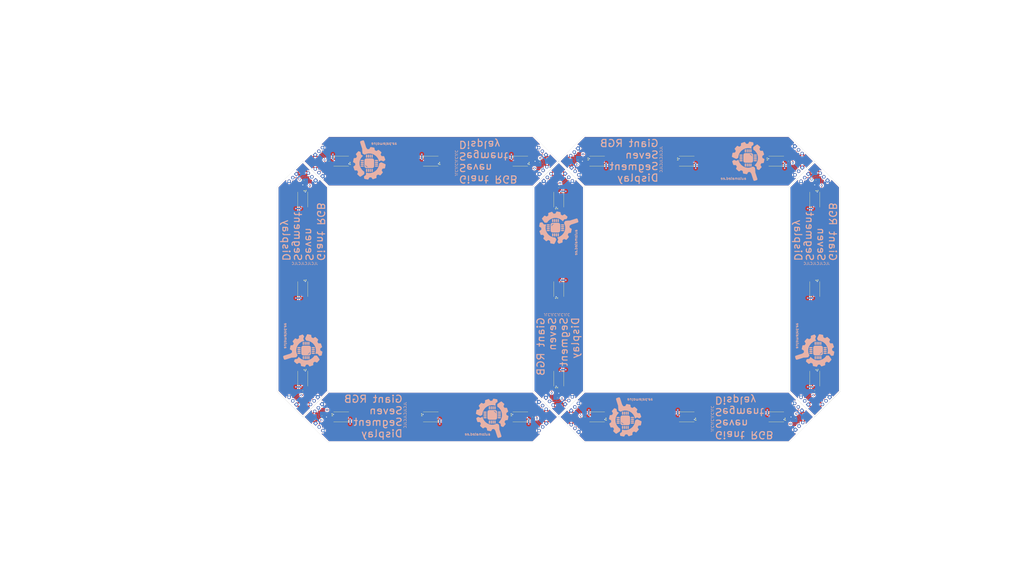
<source format=kicad_pcb>
(kicad_pcb (version 20171130) (host pcbnew 5.1.5)
  (layers (0 F.Cu signal) (31 B.Cu signal) (34 B.Paste user) (35 F.Paste user) (36 B.SilkS user) (37 F.SilkS user) (38 B.Mask user) (39 F.Mask user) (44 Edge.Cuts user))
  (net 0 "")
  (net 1 GND)
  (net 2 +5V)
  (net 3 "Net-(D101-Pad2)")
  (net 4 /DIN)
  (net 5 "Net-(D102-Pad2)")
  (net 6 "Net-(D103-Pad2)")
  (net 7 /DOUT)
  (module Automated:fully_automated_logo_silkscreen (layer B.Cu) (at 220.75 32 180)
    (fp_text reference G101 hide)
    (fp_text value Fully_Automated_Logo hide)
  )
  (module Connector_PinHeader_2.00mm:PinHeader_1x03_P2.00mm_Vertical (layer F.Cu) (at 151.75 34.5 45)
    (fp_text reference J102 hide)
    (fp_text value Conn_01x03)
    (pad 3 thru_hole oval (at 0 4 45) (size 1.35 1.35) (drill 0.8) (layers *.Cu *.Mask) (net 2 +5V))
    (pad 2 thru_hole oval (at 0 2 45) (size 1.35 1.35) (drill 0.8) (layers *.Cu *.Mask) (net 4 /DIN))
    (pad 1 thru_hole rect (at 0 0 45) (size 1.35 1.35) (drill 0.8) (layers *.Cu *.Mask) (net 1 GND))
  )
  (module Connector_PinHeader_2.00mm:PinHeader_1x03_P2.00mm_Vertical (layer F.Cu) (at 154.25 27 315)
    (fp_text reference J101 hide)
    (fp_text value Conn_01x03)
    (pad 3 thru_hole oval (at 0 4 315) (size 1.35 1.35) (drill 0.8) (layers *.Cu *.Mask) (net 1 GND))
    (pad 2 thru_hole oval (at 0 2 315) (size 1.35 1.35) (drill 0.8) (layers *.Cu *.Mask) (net 4 /DIN))
    (pad 1 thru_hole rect (at 0 0 315) (size 1.35 1.35) (drill 0.8) (layers *.Cu *.Mask) (net 2 +5V))
  )
  (module Connector_PinHeader_2.00mm:PinHeader_1x03_P2.00mm_Vertical (layer F.Cu) (at 239.024948 26.143665 45)
    (fp_text reference J103 hide)
    (fp_text value Conn_01x03)
    (pad 3 thru_hole oval (at 0 4 45) (size 1.35 1.35) (drill 0.8) (layers *.Cu *.Mask) (net 1 GND))
    (pad 2 thru_hole oval (at 0 2 45) (size 1.35 1.35) (drill 0.8) (layers *.Cu *.Mask) (net 7 /DOUT))
    (pad 1 thru_hole rect (at 0 0 45) (size 1.35 1.35) (drill 0.8) (layers *.Cu *.Mask) (net 2 +5V))
  )
  (module Connector_PinHeader_2.00mm:PinHeader_1x03_P2.00mm_Vertical (layer F.Cu) (at 241.88873 34.5 315)
    (fp_text reference J104 hide)
    (fp_text value Conn_01x03)
    (pad 3 thru_hole oval (at 0 4 315) (size 1.35 1.35) (drill 0.8) (layers *.Cu *.Mask) (net 2 +5V))
    (pad 2 thru_hole oval (at 0 2 315) (size 1.35 1.35) (drill 0.8) (layers *.Cu *.Mask) (net 7 /DOUT))
    (pad 1 thru_hole rect (at 0 0 315) (size 1.35 1.35) (drill 0.8) (layers *.Cu *.Mask) (net 1 GND))
  )
  (module Resistor_SMD:R_0603_1608Metric (layer F.Cu) (at 237 32 270)
    (fp_text reference R101 hide)
    (fp_text value 100)
    (pad 2 smd roundrect (at 0.7875 0 270) (size 0.875 0.95) (layers F.Cu F.Paste F.Mask) (net 6 "Net-(D103-Pad2)"))
    (pad 1 smd roundrect (at -0.7875 0 270) (size 0.875 0.95) (layers F.Cu F.Paste F.Mask) (net 7 /DOUT))
  )
  (module LED_SMD:LED_SK6812MINI_PLCC4_3.5x3.5mm_P1.75mm (layer F.Cu) (at 231.75 32)
    (fp_text reference D103 hide)
    (fp_text value WS2812B)
    (fp_text user 1 (at -3.5 -0.875) (layer F.SilkS))
    (pad 1 smd rect (at -1.75 -0.875) (size 1.6 0.85) (layers F.Cu F.Paste F.Mask) (net 2 +5V))
    (pad 2 smd rect (at -1.75 0.875) (size 1.6 0.85) (layers F.Cu F.Paste F.Mask) (net 6 "Net-(D103-Pad2)"))
    (pad 4 smd rect (at 1.75 -0.875) (size 1.6 0.85) (layers F.Cu F.Paste F.Mask) (net 5 "Net-(D102-Pad2)"))
    (pad 3 smd rect (at 1.75 0.875) (size 1.6 0.85) (layers F.Cu F.Paste F.Mask) (net 1 GND))
  )
  (module LED_SMD:LED_SK6812MINI_PLCC4_3.5x3.5mm_P1.75mm (layer F.Cu) (at 196.75 32)
    (fp_text reference D102 hide)
    (fp_text value WS2812B)
    (fp_text user 1 (at -3.5 -0.875) (layer F.SilkS))
    (pad 1 smd rect (at -1.75 -0.875) (size 1.6 0.85) (layers F.Cu F.Paste F.Mask) (net 2 +5V))
    (pad 2 smd rect (at -1.75 0.875) (size 1.6 0.85) (layers F.Cu F.Paste F.Mask) (net 5 "Net-(D102-Pad2)"))
    (pad 4 smd rect (at 1.75 -0.875) (size 1.6 0.85) (layers F.Cu F.Paste F.Mask) (net 3 "Net-(D101-Pad2)"))
    (pad 3 smd rect (at 1.75 0.875) (size 1.6 0.85) (layers F.Cu F.Paste F.Mask) (net 1 GND))
  )
  (module LED_SMD:LED_SK6812MINI_PLCC4_3.5x3.5mm_P1.75mm (layer F.Cu) (at 161.75 32)
    (fp_text reference D101 hide)
    (fp_text value WS2812B)
    (fp_text user 1 (at -3.5 -0.875) (layer F.SilkS))
    (pad 1 smd rect (at -1.75 -0.875) (size 1.6 0.85) (layers F.Cu F.Paste F.Mask) (net 2 +5V))
    (pad 2 smd rect (at -1.75 0.875) (size 1.6 0.85) (layers F.Cu F.Paste F.Mask) (net 3 "Net-(D101-Pad2)"))
    (pad 4 smd rect (at 1.75 -0.875) (size 1.6 0.85) (layers F.Cu F.Paste F.Mask) (net 4 /DIN))
    (pad 3 smd rect (at 1.75 0.875) (size 1.6 0.85) (layers F.Cu F.Paste F.Mask) (net 1 GND))
  )
  (module Capacitor_SMD:C_0603_1608Metric (layer F.Cu) (at 154.25 32 180)
    (fp_text reference C101 hide)
    (fp_text value 2.2uF/10V)
    (pad 2 smd roundrect (at 0.7875 0 180) (size 0.875 0.95) (layers F.Cu F.Paste F.Mask) (net 1 GND))
    (pad 1 smd roundrect (at -0.7875 0 180) (size 0.875 0.95) (layers F.Cu F.Paste F.Mask) (net 2 +5V))
  )
  (module Automated:fully_automated_logo_silkscreen (layer B.Cu) (at 146.75 58 270)
    (fp_text reference G101 hide)
    (fp_text value Fully_Automated_Logo hide)
  )
  (module Connector_PinHeader_2.00mm:PinHeader_1x03_P2.00mm_Vertical (layer F.Cu) (at 149.25 127 135)
    (fp_text reference J102 hide)
    (fp_text value Conn_01x03)
    (pad 3 thru_hole oval (at 0 4 135) (size 1.35 1.35) (drill 0.8) (layers *.Cu *.Mask) (net 2 +5V))
    (pad 2 thru_hole oval (at 0 2 135) (size 1.35 1.35) (drill 0.8) (layers *.Cu *.Mask) (net 4 /DIN))
    (pad 1 thru_hole rect (at 0 0 135) (size 1.35 1.35) (drill 0.8) (layers *.Cu *.Mask) (net 1 GND))
  )
  (module Connector_PinHeader_2.00mm:PinHeader_1x03_P2.00mm_Vertical (layer F.Cu) (at 141.75 124.5 45)
    (fp_text reference J101 hide)
    (fp_text value Conn_01x03)
    (pad 3 thru_hole oval (at 0 4 45) (size 1.35 1.35) (drill 0.8) (layers *.Cu *.Mask) (net 1 GND))
    (pad 2 thru_hole oval (at 0 2 45) (size 1.35 1.35) (drill 0.8) (layers *.Cu *.Mask) (net 4 /DIN))
    (pad 1 thru_hole rect (at 0 0 45) (size 1.35 1.35) (drill 0.8) (layers *.Cu *.Mask) (net 2 +5V))
  )
  (module Connector_PinHeader_2.00mm:PinHeader_1x03_P2.00mm_Vertical (layer F.Cu) (at 140.893665 39.725052 135)
    (fp_text reference J103 hide)
    (fp_text value Conn_01x03)
    (pad 3 thru_hole oval (at 0 4 135) (size 1.35 1.35) (drill 0.8) (layers *.Cu *.Mask) (net 1 GND))
    (pad 2 thru_hole oval (at 0 2 135) (size 1.35 1.35) (drill 0.8) (layers *.Cu *.Mask) (net 7 /DOUT))
    (pad 1 thru_hole rect (at 0 0 135) (size 1.35 1.35) (drill 0.8) (layers *.Cu *.Mask) (net 2 +5V))
  )
  (module Connector_PinHeader_2.00mm:PinHeader_1x03_P2.00mm_Vertical (layer F.Cu) (at 149.25 36.86127 45)
    (fp_text reference J104 hide)
    (fp_text value Conn_01x03)
    (pad 3 thru_hole oval (at 0 4 45) (size 1.35 1.35) (drill 0.8) (layers *.Cu *.Mask) (net 2 +5V))
    (pad 2 thru_hole oval (at 0 2 45) (size 1.35 1.35) (drill 0.8) (layers *.Cu *.Mask) (net 7 /DOUT))
    (pad 1 thru_hole rect (at 0 0 45) (size 1.35 1.35) (drill 0.8) (layers *.Cu *.Mask) (net 1 GND))
  )
  (module Resistor_SMD:R_0603_1608Metric (layer F.Cu) (at 146.75 41.75)
    (fp_text reference R101 hide)
    (fp_text value 100)
    (pad 2 smd roundrect (at 0.7875 0) (size 0.875 0.95) (layers F.Cu F.Paste F.Mask) (net 6 "Net-(D103-Pad2)"))
    (pad 1 smd roundrect (at -0.7875 0) (size 0.875 0.95) (layers F.Cu F.Paste F.Mask) (net 7 /DOUT))
  )
  (module LED_SMD:LED_SK6812MINI_PLCC4_3.5x3.5mm_P1.75mm (layer F.Cu) (at 146.75 47 90)
    (fp_text reference D103 hide)
    (fp_text value WS2812B)
    (fp_text user 1 (at -3.5 -0.875 90) (layer F.SilkS))
    (pad 1 smd rect (at -1.75 -0.875 90) (size 1.6 0.85) (layers F.Cu F.Paste F.Mask) (net 2 +5V))
    (pad 2 smd rect (at -1.75 0.875 90) (size 1.6 0.85) (layers F.Cu F.Paste F.Mask) (net 6 "Net-(D103-Pad2)"))
    (pad 4 smd rect (at 1.75 -0.875 90) (size 1.6 0.85) (layers F.Cu F.Paste F.Mask) (net 5 "Net-(D102-Pad2)"))
    (pad 3 smd rect (at 1.75 0.875 90) (size 1.6 0.85) (layers F.Cu F.Paste F.Mask) (net 1 GND))
  )
  (module LED_SMD:LED_SK6812MINI_PLCC4_3.5x3.5mm_P1.75mm (layer F.Cu) (at 146.75 82 90)
    (fp_text reference D102 hide)
    (fp_text value WS2812B)
    (fp_text user 1 (at -3.5 -0.875 90) (layer F.SilkS))
    (pad 1 smd rect (at -1.75 -0.875 90) (size 1.6 0.85) (layers F.Cu F.Paste F.Mask) (net 2 +5V))
    (pad 2 smd rect (at -1.75 0.875 90) (size 1.6 0.85) (layers F.Cu F.Paste F.Mask) (net 5 "Net-(D102-Pad2)"))
    (pad 4 smd rect (at 1.75 -0.875 90) (size 1.6 0.85) (layers F.Cu F.Paste F.Mask) (net 3 "Net-(D101-Pad2)"))
    (pad 3 smd rect (at 1.75 0.875 90) (size 1.6 0.85) (layers F.Cu F.Paste F.Mask) (net 1 GND))
  )
  (module LED_SMD:LED_SK6812MINI_PLCC4_3.5x3.5mm_P1.75mm (layer F.Cu) (at 146.75 117 90)
    (fp_text reference D101 hide)
    (fp_text value WS2812B)
    (fp_text user 1 (at -3.5 -0.875 90) (layer F.SilkS))
    (pad 1 smd rect (at -1.75 -0.875 90) (size 1.6 0.85) (layers F.Cu F.Paste F.Mask) (net 2 +5V))
    (pad 2 smd rect (at -1.75 0.875 90) (size 1.6 0.85) (layers F.Cu F.Paste F.Mask) (net 3 "Net-(D101-Pad2)"))
    (pad 4 smd rect (at 1.75 -0.875 90) (size 1.6 0.85) (layers F.Cu F.Paste F.Mask) (net 4 /DIN))
    (pad 3 smd rect (at 1.75 0.875 90) (size 1.6 0.85) (layers F.Cu F.Paste F.Mask) (net 1 GND))
  )
  (module Capacitor_SMD:C_0603_1608Metric (layer F.Cu) (at 146.75 124.5 270)
    (fp_text reference C101 hide)
    (fp_text value 2.2uF/10V)
    (pad 2 smd roundrect (at 0.7875 0 270) (size 0.875 0.95) (layers F.Cu F.Paste F.Mask) (net 1 GND))
    (pad 1 smd roundrect (at -0.7875 0 270) (size 0.875 0.95) (layers F.Cu F.Paste F.Mask) (net 2 +5V))
  )
  (module Automated:fully_automated_logo_silkscreen (layer B.Cu) (at 72.75 31.5)
    (fp_text reference G101 hide)
    (fp_text value Fully_Automated_Logo hide)
  )
  (module Connector_PinHeader_2.00mm:PinHeader_1x03_P2.00mm_Vertical (layer F.Cu) (at 141.75 29.5 225)
    (fp_text reference J102 hide)
    (fp_text value Conn_01x03)
    (pad 3 thru_hole oval (at 0 4 225) (size 1.35 1.35) (drill 0.8) (layers *.Cu *.Mask) (net 2 +5V))
    (pad 2 thru_hole oval (at 0 2 225) (size 1.35 1.35) (drill 0.8) (layers *.Cu *.Mask) (net 4 /DIN))
    (pad 1 thru_hole rect (at 0 0 225) (size 1.35 1.35) (drill 0.8) (layers *.Cu *.Mask) (net 1 GND))
  )
  (module Connector_PinHeader_2.00mm:PinHeader_1x03_P2.00mm_Vertical (layer F.Cu) (at 139.25 37 135)
    (fp_text reference J101 hide)
    (fp_text value Conn_01x03)
    (pad 3 thru_hole oval (at 0 4 135) (size 1.35 1.35) (drill 0.8) (layers *.Cu *.Mask) (net 1 GND))
    (pad 2 thru_hole oval (at 0 2 135) (size 1.35 1.35) (drill 0.8) (layers *.Cu *.Mask) (net 4 /DIN))
    (pad 1 thru_hole rect (at 0 0 135) (size 1.35 1.35) (drill 0.8) (layers *.Cu *.Mask) (net 2 +5V))
  )
  (module Connector_PinHeader_2.00mm:PinHeader_1x03_P2.00mm_Vertical (layer F.Cu) (at 54.475052 37.856335 225)
    (fp_text reference J103 hide)
    (fp_text value Conn_01x03)
    (pad 3 thru_hole oval (at 0 4 225) (size 1.35 1.35) (drill 0.8) (layers *.Cu *.Mask) (net 1 GND))
    (pad 2 thru_hole oval (at 0 2 225) (size 1.35 1.35) (drill 0.8) (layers *.Cu *.Mask) (net 7 /DOUT))
    (pad 1 thru_hole rect (at 0 0 225) (size 1.35 1.35) (drill 0.8) (layers *.Cu *.Mask) (net 2 +5V))
  )
  (module Connector_PinHeader_2.00mm:PinHeader_1x03_P2.00mm_Vertical (layer F.Cu) (at 51.61127 29.5 135)
    (fp_text reference J104 hide)
    (fp_text value Conn_01x03)
    (pad 3 thru_hole oval (at 0 4 135) (size 1.35 1.35) (drill 0.8) (layers *.Cu *.Mask) (net 2 +5V))
    (pad 2 thru_hole oval (at 0 2 135) (size 1.35 1.35) (drill 0.8) (layers *.Cu *.Mask) (net 7 /DOUT))
    (pad 1 thru_hole rect (at 0 0 135) (size 1.35 1.35) (drill 0.8) (layers *.Cu *.Mask) (net 1 GND))
  )
  (module Resistor_SMD:R_0603_1608Metric (layer F.Cu) (at 56.5 32 90)
    (fp_text reference R101 hide)
    (fp_text value 100)
    (pad 2 smd roundrect (at 0.7875 0 90) (size 0.875 0.95) (layers F.Cu F.Paste F.Mask) (net 6 "Net-(D103-Pad2)"))
    (pad 1 smd roundrect (at -0.7875 0 90) (size 0.875 0.95) (layers F.Cu F.Paste F.Mask) (net 7 /DOUT))
  )
  (module LED_SMD:LED_SK6812MINI_PLCC4_3.5x3.5mm_P1.75mm (layer F.Cu) (at 61.75 32 180)
    (fp_text reference D103 hide)
    (fp_text value WS2812B)
    (fp_text user 1 (at -3.5 -0.875) (layer F.SilkS))
    (pad 1 smd rect (at -1.75 -0.875 180) (size 1.6 0.85) (layers F.Cu F.Paste F.Mask) (net 2 +5V))
    (pad 2 smd rect (at -1.75 0.875 180) (size 1.6 0.85) (layers F.Cu F.Paste F.Mask) (net 6 "Net-(D103-Pad2)"))
    (pad 4 smd rect (at 1.75 -0.875 180) (size 1.6 0.85) (layers F.Cu F.Paste F.Mask) (net 5 "Net-(D102-Pad2)"))
    (pad 3 smd rect (at 1.75 0.875 180) (size 1.6 0.85) (layers F.Cu F.Paste F.Mask) (net 1 GND))
  )
  (module LED_SMD:LED_SK6812MINI_PLCC4_3.5x3.5mm_P1.75mm (layer F.Cu) (at 96.75 32 180)
    (fp_text reference D102 hide)
    (fp_text value WS2812B)
    (fp_text user 1 (at -3.5 -0.875) (layer F.SilkS))
    (pad 1 smd rect (at -1.75 -0.875 180) (size 1.6 0.85) (layers F.Cu F.Paste F.Mask) (net 2 +5V))
    (pad 2 smd rect (at -1.75 0.875 180) (size 1.6 0.85) (layers F.Cu F.Paste F.Mask) (net 5 "Net-(D102-Pad2)"))
    (pad 4 smd rect (at 1.75 -0.875 180) (size 1.6 0.85) (layers F.Cu F.Paste F.Mask) (net 3 "Net-(D101-Pad2)"))
    (pad 3 smd rect (at 1.75 0.875 180) (size 1.6 0.85) (layers F.Cu F.Paste F.Mask) (net 1 GND))
  )
  (module LED_SMD:LED_SK6812MINI_PLCC4_3.5x3.5mm_P1.75mm (layer F.Cu) (at 131.75 32 180)
    (fp_text reference D101 hide)
    (fp_text value WS2812B)
    (fp_text user 1 (at -3.5 -0.875) (layer F.SilkS))
    (pad 1 smd rect (at -1.75 -0.875 180) (size 1.6 0.85) (layers F.Cu F.Paste F.Mask) (net 2 +5V))
    (pad 2 smd rect (at -1.75 0.875 180) (size 1.6 0.85) (layers F.Cu F.Paste F.Mask) (net 3 "Net-(D101-Pad2)"))
    (pad 4 smd rect (at 1.75 -0.875 180) (size 1.6 0.85) (layers F.Cu F.Paste F.Mask) (net 4 /DIN))
    (pad 3 smd rect (at 1.75 0.875 180) (size 1.6 0.85) (layers F.Cu F.Paste F.Mask) (net 1 GND))
  )
  (module Capacitor_SMD:C_0603_1608Metric (layer F.Cu) (at 139.25 32)
    (fp_text reference C101 hide)
    (fp_text value 2.2uF/10V)
    (pad 2 smd roundrect (at 0.7875 0) (size 0.875 0.95) (layers F.Cu F.Paste F.Mask) (net 1 GND))
    (pad 1 smd roundrect (at -0.7875 0) (size 0.875 0.95) (layers F.Cu F.Paste F.Mask) (net 2 +5V))
  )
  (module Automated:fully_automated_logo_silkscreen (layer B.Cu) (at 46.75 106 90)
    (fp_text reference G101 hide)
    (fp_text value Fully_Automated_Logo hide)
  )
  (module Connector_PinHeader_2.00mm:PinHeader_1x03_P2.00mm_Vertical (layer F.Cu) (at 44.25 37 315)
    (fp_text reference J102 hide)
    (fp_text value Conn_01x03)
    (pad 3 thru_hole oval (at 0 4 315) (size 1.35 1.35) (drill 0.8) (layers *.Cu *.Mask) (net 2 +5V))
    (pad 2 thru_hole oval (at 0 2 315) (size 1.35 1.35) (drill 0.8) (layers *.Cu *.Mask) (net 4 /DIN))
    (pad 1 thru_hole rect (at 0 0 315) (size 1.35 1.35) (drill 0.8) (layers *.Cu *.Mask) (net 1 GND))
  )
  (module Connector_PinHeader_2.00mm:PinHeader_1x03_P2.00mm_Vertical (layer F.Cu) (at 51.75 39.5 225)
    (fp_text reference J101 hide)
    (fp_text value Conn_01x03)
    (pad 3 thru_hole oval (at 0 4 225) (size 1.35 1.35) (drill 0.8) (layers *.Cu *.Mask) (net 1 GND))
    (pad 2 thru_hole oval (at 0 2 225) (size 1.35 1.35) (drill 0.8) (layers *.Cu *.Mask) (net 4 /DIN))
    (pad 1 thru_hole rect (at 0 0 225) (size 1.35 1.35) (drill 0.8) (layers *.Cu *.Mask) (net 2 +5V))
  )
  (module Connector_PinHeader_2.00mm:PinHeader_1x03_P2.00mm_Vertical (layer F.Cu) (at 52.606335 124.274948 315)
    (fp_text reference J103 hide)
    (fp_text value Conn_01x03)
    (pad 3 thru_hole oval (at 0 4 315) (size 1.35 1.35) (drill 0.8) (layers *.Cu *.Mask) (net 1 GND))
    (pad 2 thru_hole oval (at 0 2 315) (size 1.35 1.35) (drill 0.8) (layers *.Cu *.Mask) (net 7 /DOUT))
    (pad 1 thru_hole rect (at 0 0 315) (size 1.35 1.35) (drill 0.8) (layers *.Cu *.Mask) (net 2 +5V))
  )
  (module Connector_PinHeader_2.00mm:PinHeader_1x03_P2.00mm_Vertical (layer F.Cu) (at 44.25 127.13873 225)
    (fp_text reference J104 hide)
    (fp_text value Conn_01x03)
    (pad 3 thru_hole oval (at 0 4 225) (size 1.35 1.35) (drill 0.8) (layers *.Cu *.Mask) (net 2 +5V))
    (pad 2 thru_hole oval (at 0 2 225) (size 1.35 1.35) (drill 0.8) (layers *.Cu *.Mask) (net 7 /DOUT))
    (pad 1 thru_hole rect (at 0 0 225) (size 1.35 1.35) (drill 0.8) (layers *.Cu *.Mask) (net 1 GND))
  )
  (module Resistor_SMD:R_0603_1608Metric (layer F.Cu) (at 46.75 122.25 180)
    (fp_text reference R101 hide)
    (fp_text value 100)
    (pad 2 smd roundrect (at 0.7875 0 180) (size 0.875 0.95) (layers F.Cu F.Paste F.Mask) (net 6 "Net-(D103-Pad2)"))
    (pad 1 smd roundrect (at -0.7875 0 180) (size 0.875 0.95) (layers F.Cu F.Paste F.Mask) (net 7 /DOUT))
  )
  (module LED_SMD:LED_SK6812MINI_PLCC4_3.5x3.5mm_P1.75mm (layer F.Cu) (at 46.75 117 270)
    (fp_text reference D103 hide)
    (fp_text value WS2812B)
    (fp_text user 1 (at -3.5 -0.875 90) (layer F.SilkS))
    (pad 1 smd rect (at -1.75 -0.875 270) (size 1.6 0.85) (layers F.Cu F.Paste F.Mask) (net 2 +5V))
    (pad 2 smd rect (at -1.75 0.875 270) (size 1.6 0.85) (layers F.Cu F.Paste F.Mask) (net 6 "Net-(D103-Pad2)"))
    (pad 4 smd rect (at 1.75 -0.875 270) (size 1.6 0.85) (layers F.Cu F.Paste F.Mask) (net 5 "Net-(D102-Pad2)"))
    (pad 3 smd rect (at 1.75 0.875 270) (size 1.6 0.85) (layers F.Cu F.Paste F.Mask) (net 1 GND))
  )
  (module LED_SMD:LED_SK6812MINI_PLCC4_3.5x3.5mm_P1.75mm (layer F.Cu) (at 46.75 82 270)
    (fp_text reference D102 hide)
    (fp_text value WS2812B)
    (fp_text user 1 (at -3.5 -0.875 90) (layer F.SilkS))
    (pad 1 smd rect (at -1.75 -0.875 270) (size 1.6 0.85) (layers F.Cu F.Paste F.Mask) (net 2 +5V))
    (pad 2 smd rect (at -1.75 0.875 270) (size 1.6 0.85) (layers F.Cu F.Paste F.Mask) (net 5 "Net-(D102-Pad2)"))
    (pad 4 smd rect (at 1.75 -0.875 270) (size 1.6 0.85) (layers F.Cu F.Paste F.Mask) (net 3 "Net-(D101-Pad2)"))
    (pad 3 smd rect (at 1.75 0.875 270) (size 1.6 0.85) (layers F.Cu F.Paste F.Mask) (net 1 GND))
  )
  (module LED_SMD:LED_SK6812MINI_PLCC4_3.5x3.5mm_P1.75mm (layer F.Cu) (at 46.75 47 270)
    (fp_text reference D101 hide)
    (fp_text value WS2812B)
    (fp_text user 1 (at -3.5 -0.875 90) (layer F.SilkS))
    (pad 1 smd rect (at -1.75 -0.875 270) (size 1.6 0.85) (layers F.Cu F.Paste F.Mask) (net 2 +5V))
    (pad 2 smd rect (at -1.75 0.875 270) (size 1.6 0.85) (layers F.Cu F.Paste F.Mask) (net 3 "Net-(D101-Pad2)"))
    (pad 4 smd rect (at 1.75 -0.875 270) (size 1.6 0.85) (layers F.Cu F.Paste F.Mask) (net 4 /DIN))
    (pad 3 smd rect (at 1.75 0.875 270) (size 1.6 0.85) (layers F.Cu F.Paste F.Mask) (net 1 GND))
  )
  (module Capacitor_SMD:C_0603_1608Metric (layer F.Cu) (at 46.75 39.5 90)
    (fp_text reference C101 hide)
    (fp_text value 2.2uF/10V)
    (pad 2 smd roundrect (at 0.7875 0 90) (size 0.875 0.95) (layers F.Cu F.Paste F.Mask) (net 1 GND))
    (pad 1 smd roundrect (at -0.7875 0 90) (size 0.875 0.95) (layers F.Cu F.Paste F.Mask) (net 2 +5V))
  )
  (module Automated:fully_automated_logo_silkscreen (layer B.Cu) (at 120.75 132.5 180)
    (fp_text reference G101 hide)
    (fp_text value Fully_Automated_Logo hide)
  )
  (module Connector_PinHeader_2.00mm:PinHeader_1x03_P2.00mm_Vertical (layer F.Cu) (at 51.75 134.5 45)
    (fp_text reference J102 hide)
    (fp_text value Conn_01x03)
    (pad 3 thru_hole oval (at 0 4 45) (size 1.35 1.35) (drill 0.8) (layers *.Cu *.Mask) (net 2 +5V))
    (pad 2 thru_hole oval (at 0 2 45) (size 1.35 1.35) (drill 0.8) (layers *.Cu *.Mask) (net 4 /DIN))
    (pad 1 thru_hole rect (at 0 0 45) (size 1.35 1.35) (drill 0.8) (layers *.Cu *.Mask) (net 1 GND))
  )
  (module Connector_PinHeader_2.00mm:PinHeader_1x03_P2.00mm_Vertical (layer F.Cu) (at 54.25 127 315)
    (fp_text reference J101 hide)
    (fp_text value Conn_01x03)
    (pad 3 thru_hole oval (at 0 4 315) (size 1.35 1.35) (drill 0.8) (layers *.Cu *.Mask) (net 1 GND))
    (pad 2 thru_hole oval (at 0 2 315) (size 1.35 1.35) (drill 0.8) (layers *.Cu *.Mask) (net 4 /DIN))
    (pad 1 thru_hole rect (at 0 0 315) (size 1.35 1.35) (drill 0.8) (layers *.Cu *.Mask) (net 2 +5V))
  )
  (module Connector_PinHeader_2.00mm:PinHeader_1x03_P2.00mm_Vertical (layer F.Cu) (at 139.024948 126.143665 45)
    (fp_text reference J103 hide)
    (fp_text value Conn_01x03)
    (pad 3 thru_hole oval (at 0 4 45) (size 1.35 1.35) (drill 0.8) (layers *.Cu *.Mask) (net 1 GND))
    (pad 2 thru_hole oval (at 0 2 45) (size 1.35 1.35) (drill 0.8) (layers *.Cu *.Mask) (net 7 /DOUT))
    (pad 1 thru_hole rect (at 0 0 45) (size 1.35 1.35) (drill 0.8) (layers *.Cu *.Mask) (net 2 +5V))
  )
  (module Connector_PinHeader_2.00mm:PinHeader_1x03_P2.00mm_Vertical (layer F.Cu) (at 141.88873 134.5 315)
    (fp_text reference J104 hide)
    (fp_text value Conn_01x03)
    (pad 3 thru_hole oval (at 0 4 315) (size 1.35 1.35) (drill 0.8) (layers *.Cu *.Mask) (net 2 +5V))
    (pad 2 thru_hole oval (at 0 2 315) (size 1.35 1.35) (drill 0.8) (layers *.Cu *.Mask) (net 7 /DOUT))
    (pad 1 thru_hole rect (at 0 0 315) (size 1.35 1.35) (drill 0.8) (layers *.Cu *.Mask) (net 1 GND))
  )
  (module Resistor_SMD:R_0603_1608Metric (layer F.Cu) (at 137 132 270)
    (fp_text reference R101 hide)
    (fp_text value 100)
    (pad 2 smd roundrect (at 0.7875 0 270) (size 0.875 0.95) (layers F.Cu F.Paste F.Mask) (net 6 "Net-(D103-Pad2)"))
    (pad 1 smd roundrect (at -0.7875 0 270) (size 0.875 0.95) (layers F.Cu F.Paste F.Mask) (net 7 /DOUT))
  )
  (module LED_SMD:LED_SK6812MINI_PLCC4_3.5x3.5mm_P1.75mm (layer F.Cu) (at 131.75 132)
    (fp_text reference D103 hide)
    (fp_text value WS2812B)
    (fp_text user 1 (at -3.5 -0.875) (layer F.SilkS))
    (pad 1 smd rect (at -1.75 -0.875) (size 1.6 0.85) (layers F.Cu F.Paste F.Mask) (net 2 +5V))
    (pad 2 smd rect (at -1.75 0.875) (size 1.6 0.85) (layers F.Cu F.Paste F.Mask) (net 6 "Net-(D103-Pad2)"))
    (pad 4 smd rect (at 1.75 -0.875) (size 1.6 0.85) (layers F.Cu F.Paste F.Mask) (net 5 "Net-(D102-Pad2)"))
    (pad 3 smd rect (at 1.75 0.875) (size 1.6 0.85) (layers F.Cu F.Paste F.Mask) (net 1 GND))
  )
  (module LED_SMD:LED_SK6812MINI_PLCC4_3.5x3.5mm_P1.75mm (layer F.Cu) (at 96.75 132)
    (fp_text reference D102 hide)
    (fp_text value WS2812B)
    (fp_text user 1 (at -3.5 -0.875) (layer F.SilkS))
    (pad 1 smd rect (at -1.75 -0.875) (size 1.6 0.85) (layers F.Cu F.Paste F.Mask) (net 2 +5V))
    (pad 2 smd rect (at -1.75 0.875) (size 1.6 0.85) (layers F.Cu F.Paste F.Mask) (net 5 "Net-(D102-Pad2)"))
    (pad 4 smd rect (at 1.75 -0.875) (size 1.6 0.85) (layers F.Cu F.Paste F.Mask) (net 3 "Net-(D101-Pad2)"))
    (pad 3 smd rect (at 1.75 0.875) (size 1.6 0.85) (layers F.Cu F.Paste F.Mask) (net 1 GND))
  )
  (module LED_SMD:LED_SK6812MINI_PLCC4_3.5x3.5mm_P1.75mm (layer F.Cu) (at 61.75 132)
    (fp_text reference D101 hide)
    (fp_text value WS2812B)
    (fp_text user 1 (at -3.5 -0.875) (layer F.SilkS))
    (pad 1 smd rect (at -1.75 -0.875) (size 1.6 0.85) (layers F.Cu F.Paste F.Mask) (net 2 +5V))
    (pad 2 smd rect (at -1.75 0.875) (size 1.6 0.85) (layers F.Cu F.Paste F.Mask) (net 3 "Net-(D101-Pad2)"))
    (pad 4 smd rect (at 1.75 -0.875) (size 1.6 0.85) (layers F.Cu F.Paste F.Mask) (net 4 /DIN))
    (pad 3 smd rect (at 1.75 0.875) (size 1.6 0.85) (layers F.Cu F.Paste F.Mask) (net 1 GND))
  )
  (module Capacitor_SMD:C_0603_1608Metric (layer F.Cu) (at 54.25 132 180)
    (fp_text reference C101 hide)
    (fp_text value 2.2uF/10V)
    (pad 2 smd roundrect (at 0.7875 0 180) (size 0.875 0.95) (layers F.Cu F.Paste F.Mask) (net 1 GND))
    (pad 1 smd roundrect (at -0.7875 0 180) (size 0.875 0.95) (layers F.Cu F.Paste F.Mask) (net 2 +5V))
  )
  (module Automated:fully_automated_logo_silkscreen (layer B.Cu) (at 172.75 132)
    (fp_text reference G101 hide)
    (fp_text value Fully_Automated_Logo hide)
  )
  (module Connector_PinHeader_2.00mm:PinHeader_1x03_P2.00mm_Vertical (layer F.Cu) (at 241.75 129.5 225)
    (fp_text reference J102 hide)
    (fp_text value Conn_01x03)
    (pad 3 thru_hole oval (at 0 4 225) (size 1.35 1.35) (drill 0.8) (layers *.Cu *.Mask) (net 2 +5V))
    (pad 2 thru_hole oval (at 0 2 225) (size 1.35 1.35) (drill 0.8) (layers *.Cu *.Mask) (net 4 /DIN))
    (pad 1 thru_hole rect (at 0 0 225) (size 1.35 1.35) (drill 0.8) (layers *.Cu *.Mask) (net 1 GND))
  )
  (module Connector_PinHeader_2.00mm:PinHeader_1x03_P2.00mm_Vertical (layer F.Cu) (at 239.25 137 135)
    (fp_text reference J101 hide)
    (fp_text value Conn_01x03)
    (pad 3 thru_hole oval (at 0 4 135) (size 1.35 1.35) (drill 0.8) (layers *.Cu *.Mask) (net 1 GND))
    (pad 2 thru_hole oval (at 0 2 135) (size 1.35 1.35) (drill 0.8) (layers *.Cu *.Mask) (net 4 /DIN))
    (pad 1 thru_hole rect (at 0 0 135) (size 1.35 1.35) (drill 0.8) (layers *.Cu *.Mask) (net 2 +5V))
  )
  (module Connector_PinHeader_2.00mm:PinHeader_1x03_P2.00mm_Vertical (layer F.Cu) (at 154.475052 137.856335 225)
    (fp_text reference J103 hide)
    (fp_text value Conn_01x03)
    (pad 3 thru_hole oval (at 0 4 225) (size 1.35 1.35) (drill 0.8) (layers *.Cu *.Mask) (net 1 GND))
    (pad 2 thru_hole oval (at 0 2 225) (size 1.35 1.35) (drill 0.8) (layers *.Cu *.Mask) (net 7 /DOUT))
    (pad 1 thru_hole rect (at 0 0 225) (size 1.35 1.35) (drill 0.8) (layers *.Cu *.Mask) (net 2 +5V))
  )
  (module Connector_PinHeader_2.00mm:PinHeader_1x03_P2.00mm_Vertical (layer F.Cu) (at 151.61127 129.5 135)
    (fp_text reference J104 hide)
    (fp_text value Conn_01x03)
    (pad 3 thru_hole oval (at 0 4 135) (size 1.35 1.35) (drill 0.8) (layers *.Cu *.Mask) (net 2 +5V))
    (pad 2 thru_hole oval (at 0 2 135) (size 1.35 1.35) (drill 0.8) (layers *.Cu *.Mask) (net 7 /DOUT))
    (pad 1 thru_hole rect (at 0 0 135) (size 1.35 1.35) (drill 0.8) (layers *.Cu *.Mask) (net 1 GND))
  )
  (module Resistor_SMD:R_0603_1608Metric (layer F.Cu) (at 156.5 132 90)
    (fp_text reference R101 hide)
    (fp_text value 100)
    (pad 2 smd roundrect (at 0.7875 0 90) (size 0.875 0.95) (layers F.Cu F.Paste F.Mask) (net 6 "Net-(D103-Pad2)"))
    (pad 1 smd roundrect (at -0.7875 0 90) (size 0.875 0.95) (layers F.Cu F.Paste F.Mask) (net 7 /DOUT))
  )
  (module LED_SMD:LED_SK6812MINI_PLCC4_3.5x3.5mm_P1.75mm (layer F.Cu) (at 161.75 132 180)
    (fp_text reference D103 hide)
    (fp_text value WS2812B)
    (fp_text user 1 (at -3.5 -0.875) (layer F.SilkS))
    (pad 1 smd rect (at -1.75 -0.875 180) (size 1.6 0.85) (layers F.Cu F.Paste F.Mask) (net 2 +5V))
    (pad 2 smd rect (at -1.75 0.875 180) (size 1.6 0.85) (layers F.Cu F.Paste F.Mask) (net 6 "Net-(D103-Pad2)"))
    (pad 4 smd rect (at 1.75 -0.875 180) (size 1.6 0.85) (layers F.Cu F.Paste F.Mask) (net 5 "Net-(D102-Pad2)"))
    (pad 3 smd rect (at 1.75 0.875 180) (size 1.6 0.85) (layers F.Cu F.Paste F.Mask) (net 1 GND))
  )
  (module LED_SMD:LED_SK6812MINI_PLCC4_3.5x3.5mm_P1.75mm (layer F.Cu) (at 196.75 132 180)
    (fp_text reference D102 hide)
    (fp_text value WS2812B)
    (fp_text user 1 (at -3.5 -0.875) (layer F.SilkS))
    (pad 1 smd rect (at -1.75 -0.875 180) (size 1.6 0.85) (layers F.Cu F.Paste F.Mask) (net 2 +5V))
    (pad 2 smd rect (at -1.75 0.875 180) (size 1.6 0.85) (layers F.Cu F.Paste F.Mask) (net 5 "Net-(D102-Pad2)"))
    (pad 4 smd rect (at 1.75 -0.875 180) (size 1.6 0.85) (layers F.Cu F.Paste F.Mask) (net 3 "Net-(D101-Pad2)"))
    (pad 3 smd rect (at 1.75 0.875 180) (size 1.6 0.85) (layers F.Cu F.Paste F.Mask) (net 1 GND))
  )
  (module LED_SMD:LED_SK6812MINI_PLCC4_3.5x3.5mm_P1.75mm (layer F.Cu) (at 231.75 132 180)
    (fp_text reference D101 hide)
    (fp_text value WS2812B)
    (fp_text user 1 (at -3.5 -0.875) (layer F.SilkS))
    (pad 1 smd rect (at -1.75 -0.875 180) (size 1.6 0.85) (layers F.Cu F.Paste F.Mask) (net 2 +5V))
    (pad 2 smd rect (at -1.75 0.875 180) (size 1.6 0.85) (layers F.Cu F.Paste F.Mask) (net 3 "Net-(D101-Pad2)"))
    (pad 4 smd rect (at 1.75 -0.875 180) (size 1.6 0.85) (layers F.Cu F.Paste F.Mask) (net 4 /DIN))
    (pad 3 smd rect (at 1.75 0.875 180) (size 1.6 0.85) (layers F.Cu F.Paste F.Mask) (net 1 GND))
  )
  (module Capacitor_SMD:C_0603_1608Metric (layer F.Cu) (at 239.25 132)
    (fp_text reference C101 hide)
    (fp_text value 2.2uF/10V)
    (pad 2 smd roundrect (at 0.7875 0) (size 0.875 0.95) (layers F.Cu F.Paste F.Mask) (net 1 GND))
    (pad 1 smd roundrect (at -0.7875 0) (size 0.875 0.95) (layers F.Cu F.Paste F.Mask) (net 2 +5V))
  )
  (module Automated:fully_automated_logo_silkscreen (layer B.Cu) (at 246.75 106 90)
    (fp_text reference G101 hide)
    (fp_text value Fully_Automated_Logo hide)
  )
  (module Connector_PinHeader_2.00mm:PinHeader_1x03_P2.00mm_Vertical (layer F.Cu) (at 244.25 37 315)
    (fp_text reference J102 hide)
    (fp_text value Conn_01x03)
    (pad 3 thru_hole oval (at 0 4 315) (size 1.35 1.35) (drill 0.8) (layers *.Cu *.Mask) (net 2 +5V))
    (pad 2 thru_hole oval (at 0 2 315) (size 1.35 1.35) (drill 0.8) (layers *.Cu *.Mask) (net 4 /DIN))
    (pad 1 thru_hole rect (at 0 0 315) (size 1.35 1.35) (drill 0.8) (layers *.Cu *.Mask) (net 1 GND))
  )
  (module Connector_PinHeader_2.00mm:PinHeader_1x03_P2.00mm_Vertical (layer F.Cu) (at 251.75 39.5 225)
    (fp_text reference J101 hide)
    (fp_text value Conn_01x03)
    (pad 3 thru_hole oval (at 0 4 225) (size 1.35 1.35) (drill 0.8) (layers *.Cu *.Mask) (net 1 GND))
    (pad 2 thru_hole oval (at 0 2 225) (size 1.35 1.35) (drill 0.8) (layers *.Cu *.Mask) (net 4 /DIN))
    (pad 1 thru_hole rect (at 0 0 225) (size 1.35 1.35) (drill 0.8) (layers *.Cu *.Mask) (net 2 +5V))
  )
  (module Connector_PinHeader_2.00mm:PinHeader_1x03_P2.00mm_Vertical (layer F.Cu) (at 252.606335 124.274948 315)
    (fp_text reference J103 hide)
    (fp_text value Conn_01x03)
    (pad 3 thru_hole oval (at 0 4 315) (size 1.35 1.35) (drill 0.8) (layers *.Cu *.Mask) (net 1 GND))
    (pad 2 thru_hole oval (at 0 2 315) (size 1.35 1.35) (drill 0.8) (layers *.Cu *.Mask) (net 7 /DOUT))
    (pad 1 thru_hole rect (at 0 0 315) (size 1.35 1.35) (drill 0.8) (layers *.Cu *.Mask) (net 2 +5V))
  )
  (module Connector_PinHeader_2.00mm:PinHeader_1x03_P2.00mm_Vertical (layer F.Cu) (at 244.25 127.13873 225)
    (fp_text reference J104 hide)
    (fp_text value Conn_01x03)
    (pad 3 thru_hole oval (at 0 4 225) (size 1.35 1.35) (drill 0.8) (layers *.Cu *.Mask) (net 2 +5V))
    (pad 2 thru_hole oval (at 0 2 225) (size 1.35 1.35) (drill 0.8) (layers *.Cu *.Mask) (net 7 /DOUT))
    (pad 1 thru_hole rect (at 0 0 225) (size 1.35 1.35) (drill 0.8) (layers *.Cu *.Mask) (net 1 GND))
  )
  (module Resistor_SMD:R_0603_1608Metric (layer F.Cu) (at 246.75 122.25 180)
    (fp_text reference R101 hide)
    (fp_text value 100)
    (pad 2 smd roundrect (at 0.7875 0 180) (size 0.875 0.95) (layers F.Cu F.Paste F.Mask) (net 6 "Net-(D103-Pad2)"))
    (pad 1 smd roundrect (at -0.7875 0 180) (size 0.875 0.95) (layers F.Cu F.Paste F.Mask) (net 7 /DOUT))
  )
  (module LED_SMD:LED_SK6812MINI_PLCC4_3.5x3.5mm_P1.75mm (layer F.Cu) (at 246.75 117 270)
    (fp_text reference D103 hide)
    (fp_text value WS2812B)
    (fp_text user 1 (at -3.5 -0.875 90) (layer F.SilkS))
    (pad 1 smd rect (at -1.75 -0.875 270) (size 1.6 0.85) (layers F.Cu F.Paste F.Mask) (net 2 +5V))
    (pad 2 smd rect (at -1.75 0.875 270) (size 1.6 0.85) (layers F.Cu F.Paste F.Mask) (net 6 "Net-(D103-Pad2)"))
    (pad 4 smd rect (at 1.75 -0.875 270) (size 1.6 0.85) (layers F.Cu F.Paste F.Mask) (net 5 "Net-(D102-Pad2)"))
    (pad 3 smd rect (at 1.75 0.875 270) (size 1.6 0.85) (layers F.Cu F.Paste F.Mask) (net 1 GND))
  )
  (module LED_SMD:LED_SK6812MINI_PLCC4_3.5x3.5mm_P1.75mm (layer F.Cu) (at 246.75 82 270)
    (fp_text reference D102 hide)
    (fp_text value WS2812B)
    (fp_text user 1 (at -3.5 -0.875 90) (layer F.SilkS))
    (pad 1 smd rect (at -1.75 -0.875 270) (size 1.6 0.85) (layers F.Cu F.Paste F.Mask) (net 2 +5V))
    (pad 2 smd rect (at -1.75 0.875 270) (size 1.6 0.85) (layers F.Cu F.Paste F.Mask) (net 5 "Net-(D102-Pad2)"))
    (pad 4 smd rect (at 1.75 -0.875 270) (size 1.6 0.85) (layers F.Cu F.Paste F.Mask) (net 3 "Net-(D101-Pad2)"))
    (pad 3 smd rect (at 1.75 0.875 270) (size 1.6 0.85) (layers F.Cu F.Paste F.Mask) (net 1 GND))
  )
  (module LED_SMD:LED_SK6812MINI_PLCC4_3.5x3.5mm_P1.75mm (layer F.Cu) (at 246.75 47 270)
    (fp_text reference D101 hide)
    (fp_text value WS2812B)
    (fp_text user 1 (at -3.5 -0.875 90) (layer F.SilkS))
    (pad 1 smd rect (at -1.75 -0.875 270) (size 1.6 0.85) (layers F.Cu F.Paste F.Mask) (net 2 +5V))
    (pad 2 smd rect (at -1.75 0.875 270) (size 1.6 0.85) (layers F.Cu F.Paste F.Mask) (net 3 "Net-(D101-Pad2)"))
    (pad 4 smd rect (at 1.75 -0.875 270) (size 1.6 0.85) (layers F.Cu F.Paste F.Mask) (net 4 /DIN))
    (pad 3 smd rect (at 1.75 0.875 270) (size 1.6 0.85) (layers F.Cu F.Paste F.Mask) (net 1 GND))
  )
  (module Capacitor_SMD:C_0603_1608Metric (layer F.Cu) (at 246.75 39.5 90)
    (fp_text reference C101 hide)
    (fp_text value 2.2uF/10V)
    (pad 2 smd roundrect (at 0.7875 0 90) (size 0.875 0.95) (layers F.Cu F.Paste F.Mask) (net 1 GND))
    (pad 1 smd roundrect (at -0.7875 0 90) (size 0.875 0.95) (layers F.Cu F.Paste F.Mask) (net 2 +5V))
  )
  (gr_text JLCJLCJLCJLC (at 186.75 31.25 90) (layer B.SilkS) (effects (font (size 1 1)) (justify mirror)))
  (gr_text "Giant RGB \nSeven\nSegment\nDisplay" (at 186 31.75) (layer B.SilkS) (effects (font (size 2.8 3) (thickness 0.42)) (justify left mirror)))
  (gr_text automated.ee (at 215 38.75) (layer B.SilkS) (effects (font (size 1 1) (thickness 0.18)) (justify mirror)))
  (gr_line (start 156.75 22) (end 146.75 32) (layer Edge.Cuts) (width 0.05))
  (gr_line (start 236.75 22) (end 156.75 22) (layer Edge.Cuts) (width 0.05))
  (gr_line (start 246.75 32) (end 236.75 22) (layer Edge.Cuts) (width 0.05))
  (gr_line (start 236.75 42) (end 246.75 32) (layer Edge.Cuts) (width 0.05))
  (gr_line (start 156.75 42) (end 236.75 42) (layer Edge.Cuts) (width 0.05))
  (gr_line (start 146.75 32) (end 156.75 42) (layer Edge.Cuts) (width 0.05))
  (gr_text JLCJLCJLCJLC (at 146 92 180) (layer B.SilkS) (effects (font (size 1 1)) (justify mirror)))
  (gr_text "Giant RGB \nSeven\nSegment\nDisplay" (at 146.5 92.75 90) (layer B.SilkS) (effects (font (size 2.8 3) (thickness 0.42)) (justify left mirror)))
  (gr_text automated.ee (at 153.5 63.75 90) (layer B.SilkS) (effects (font (size 1 1) (thickness 0.18)) (justify mirror)))
  (gr_line (start 136.75 122) (end 146.75 132) (layer Edge.Cuts) (width 0.05))
  (gr_line (start 136.75 42) (end 136.75 122) (layer Edge.Cuts) (width 0.05))
  (gr_line (start 146.75 32) (end 136.75 42) (layer Edge.Cuts) (width 0.05))
  (gr_line (start 156.75 42) (end 146.75 32) (layer Edge.Cuts) (width 0.05))
  (gr_line (start 156.75 122) (end 156.75 42) (layer Edge.Cuts) (width 0.05))
  (gr_line (start 146.75 132) (end 156.75 122) (layer Edge.Cuts) (width 0.05))
  (gr_text JLCJLCJLCJLC (at 106.75 32.75 270) (layer B.SilkS) (effects (font (size 1 1)) (justify mirror)))
  (gr_text "Giant RGB \nSeven\nSegment\nDisplay" (at 107.5 32.25 180) (layer B.SilkS) (effects (font (size 2.8 3) (thickness 0.42)) (justify left mirror)))
  (gr_text automated.ee (at 78.5 25.25 180) (layer B.SilkS) (effects (font (size 1 1) (thickness 0.18)) (justify mirror)))
  (gr_line (start 136.75 42) (end 146.75 32) (layer Edge.Cuts) (width 0.05))
  (gr_line (start 56.75 42) (end 136.75 42) (layer Edge.Cuts) (width 0.05))
  (gr_line (start 46.75 32) (end 56.75 42) (layer Edge.Cuts) (width 0.05))
  (gr_line (start 136.75 42) (end 146.75 32) (layer Edge.Cuts) (width 0.05))
  (gr_line (start 136.75 22) (end 56.75 22) (layer Edge.Cuts) (width 0.05))
  (gr_line (start 146.75 32) (end 136.75 22) (layer Edge.Cuts) (width 0.05))
  (gr_line (start 46.75 132) (end 36.75 122) (layer Edge.Cuts) (width 0.05))
  (gr_text JLCJLCJLCJLC (at 47.5 72) (layer B.SilkS) (effects (font (size 1 1)) (justify mirror)))
  (gr_text "Giant RGB \nSeven\nSegment\nDisplay" (at 47 71.25 270) (layer B.SilkS) (effects (font (size 2.8 3) (thickness 0.42)) (justify left mirror)))
  (gr_text automated.ee (at 40 100.25 270) (layer B.SilkS) (effects (font (size 1 1) (thickness 0.18)) (justify mirror)))
  (gr_line (start 56.75 42) (end 46.75 32) (layer Edge.Cuts) (width 0.05))
  (gr_line (start 56.75 122) (end 56.75 42) (layer Edge.Cuts) (width 0.05))
  (gr_line (start 46.75 132) (end 56.75 122) (layer Edge.Cuts) (width 0.05))
  (gr_line (start 36.75 122) (end 46.75 132) (layer Edge.Cuts) (width 0.05))
  (gr_line (start 36.75 42) (end 36.75 122) (layer Edge.Cuts) (width 0.05))
  (gr_line (start 46.75 32) (end 36.75 42) (layer Edge.Cuts) (width 0.05))
  (gr_text JLCJLCJLCJLC (at 86.75 131.25 90) (layer B.SilkS) (effects (font (size 1 1)) (justify mirror)))
  (gr_text "Giant RGB \nSeven\nSegment\nDisplay" (at 86 131.75) (layer B.SilkS) (effects (font (size 2.8 3) (thickness 0.42)) (justify left mirror)))
  (gr_text automated.ee (at 115 138.75) (layer B.SilkS) (effects (font (size 1 1) (thickness 0.18)) (justify mirror)))
  (gr_line (start 56.75 122) (end 46.75 132) (layer Edge.Cuts) (width 0.05))
  (gr_line (start 136.75 122) (end 56.75 122) (layer Edge.Cuts) (width 0.05))
  (gr_line (start 146.75 132) (end 136.75 122) (layer Edge.Cuts) (width 0.05))
  (gr_line (start 56.75 122) (end 46.75 132) (layer Edge.Cuts) (width 0.05))
  (gr_line (start 56.75 142) (end 136.75 142) (layer Edge.Cuts) (width 0.05))
  (gr_line (start 46.75 132) (end 56.75 142) (layer Edge.Cuts) (width 0.05))
  (gr_text JLCJLCJLCJLC (at 206.75 132.75 270) (layer B.SilkS) (effects (font (size 1 1)) (justify mirror)))
  (gr_text "Giant RGB \nSeven\nSegment\nDisplay" (at 207.5 132.25 180) (layer B.SilkS) (effects (font (size 2.8 3) (thickness 0.42)) (justify left mirror)))
  (gr_text automated.ee (at 178.5 125.25 180) (layer B.SilkS) (effects (font (size 1 1) (thickness 0.18)) (justify mirror)))
  (gr_line (start 236.75 142) (end 246.75 132) (layer Edge.Cuts) (width 0.05))
  (gr_line (start 156.75 142) (end 236.75 142) (layer Edge.Cuts) (width 0.05))
  (gr_line (start 146.75 132) (end 156.75 142) (layer Edge.Cuts) (width 0.05))
  (gr_line (start 156.75 122) (end 146.75 132) (layer Edge.Cuts) (width 0.05))
  (gr_line (start 236.75 122) (end 156.75 122) (layer Edge.Cuts) (width 0.05))
  (gr_line (start 246.75 132) (end 236.75 122) (layer Edge.Cuts) (width 0.05))
  (gr_text JLCJLCJLCJLC (at 247.5 72) (layer B.SilkS) (effects (font (size 1 1)) (justify mirror)))
  (gr_text "Giant RGB \nSeven\nSegment\nDisplay" (at 247 71.25 270) (layer B.SilkS) (effects (font (size 2.8 3) (thickness 0.42)) (justify left mirror)))
  (gr_text automated.ee (at 240 100.25 270) (layer B.SilkS) (effects (font (size 1 1) (thickness 0.18)) (justify mirror)))
  (gr_line (start 256.75 42) (end 246.75 32) (layer Edge.Cuts) (width 0.05))
  (gr_line (start 256.75 122) (end 256.75 42) (layer Edge.Cuts) (width 0.05))
  (gr_line (start 246.75 132) (end 256.75 122) (layer Edge.Cuts) (width 0.05))
  (gr_line (start 236.75 122) (end 246.75 132) (layer Edge.Cuts) (width 0.05))
  (gr_line (start 236.75 42) (end 236.75 122) (layer Edge.Cuts) (width 0.05))
  (gr_line (start 246.75 32) (end 236.75 42) (layer Edge.Cuts) (width 0.05))
  (gr_line (start 256.75 122) (end 246.75 132) (layer Edge.Cuts) (width 0.05))
  (gr_line (start 256.75 122) (end 246.75 132) (layer Edge.Cuts) (width 0.05))
  (segment (start 151.75 33.7125) (end 153.4625 32) (width 0.8) (layer F.Cu) (net 1))
  (segment (start 151.75 34.5) (end 151.75 33.7125) (width 0.8) (layer F.Cu) (net 1))
  (segment (start 151.421573 29.959073) (end 153.4625 32) (width 0.8) (layer F.Cu) (net 1))
  (segment (start 151.421573 29.828427) (end 151.421573 29.959073) (width 0.8) (layer F.Cu) (net 1))
  (via (at 165.25 32.75) (size 0.8) (drill 0.4) (layers F.Cu B.Cu) (net 1))
  (segment (start 163.5 32.875) (end 165.125 32.875) (width 0.5) (layer F.Cu) (net 1))
  (segment (start 165.125 32.875) (end 165.25 32.75) (width 0.5) (layer F.Cu) (net 1))
  (via (at 165.25 34.75) (size 0.8) (drill 0.4) (layers F.Cu B.Cu) (net 1))
  (segment (start 165.25 32.75) (end 165.25 34.75) (width 0.5) (layer B.Cu) (net 1))
  (via (at 200.25 32.75) (size 0.8) (drill 0.4) (layers F.Cu B.Cu) (net 1))
  (segment (start 198.5 32.875) (end 200.125 32.875) (width 0.5) (layer F.Cu) (net 1))
  (segment (start 200.125 32.875) (end 200.25 32.75) (width 0.5) (layer F.Cu) (net 1))
  (via (at 200.25 34.75) (size 0.8) (drill 0.4) (layers F.Cu B.Cu) (net 1))
  (segment (start 200.25 32.75) (end 200.25 34.75) (width 0.5) (layer B.Cu) (net 1))
  (via (at 235 32.75) (size 0.8) (drill 0.4) (layers F.Cu B.Cu) (net 1))
  (segment (start 233.5 32.875) (end 234.875 32.875) (width 0.5) (layer F.Cu) (net 1))
  (segment (start 234.875 32.875) (end 235 32.75) (width 0.5) (layer F.Cu) (net 1))
  (via (at 235 34.75) (size 0.8) (drill 0.4) (layers F.Cu B.Cu) (net 1))
  (segment (start 235 32.75) (end 235 34.75) (width 0.5) (layer B.Cu) (net 1))
  (segment (start 148.4625 127) (end 146.75 125.2875) (width 0.8) (layer F.Cu) (net 1))
  (segment (start 149.25 127) (end 148.4625 127) (width 0.8) (layer F.Cu) (net 1))
  (segment (start 144.709073 127.328427) (end 146.75 125.2875) (width 0.8) (layer F.Cu) (net 1))
  (segment (start 144.578427 127.328427) (end 144.709073 127.328427) (width 0.8) (layer F.Cu) (net 1))
  (via (at 147.5 113.5) (size 0.8) (drill 0.4) (layers F.Cu B.Cu) (net 1))
  (segment (start 147.625 115.25) (end 147.625 113.625) (width 0.5) (layer F.Cu) (net 1))
  (segment (start 147.625 113.625) (end 147.5 113.5) (width 0.5) (layer F.Cu) (net 1))
  (via (at 149.5 113.5) (size 0.8) (drill 0.4) (layers F.Cu B.Cu) (net 1))
  (segment (start 147.5 113.5) (end 149.5 113.5) (width 0.5) (layer B.Cu) (net 1))
  (via (at 147.5 78.5) (size 0.8) (drill 0.4) (layers F.Cu B.Cu) (net 1))
  (segment (start 147.625 80.25) (end 147.625 78.625) (width 0.5) (layer F.Cu) (net 1))
  (segment (start 147.625 78.625) (end 147.5 78.5) (width 0.5) (layer F.Cu) (net 1))
  (via (at 149.5 78.5) (size 0.8) (drill 0.4) (layers F.Cu B.Cu) (net 1))
  (segment (start 147.5 78.5) (end 149.5 78.5) (width 0.5) (layer B.Cu) (net 1))
  (via (at 147.5 43.75) (size 0.8) (drill 0.4) (layers F.Cu B.Cu) (net 1))
  (segment (start 147.625 45.25) (end 147.625 43.875) (width 0.5) (layer F.Cu) (net 1))
  (segment (start 147.625 43.875) (end 147.5 43.75) (width 0.5) (layer F.Cu) (net 1))
  (via (at 149.5 43.75) (size 0.8) (drill 0.4) (layers F.Cu B.Cu) (net 1))
  (segment (start 147.5 43.75) (end 149.5 43.75) (width 0.5) (layer B.Cu) (net 1))
  (segment (start 141.75 30.2875) (end 140.0375 32) (width 0.8) (layer F.Cu) (net 1))
  (segment (start 141.75 29.5) (end 141.75 30.2875) (width 0.8) (layer F.Cu) (net 1))
  (segment (start 142.078427 34.040927) (end 140.0375 32) (width 0.8) (layer F.Cu) (net 1))
  (segment (start 142.078427 34.171573) (end 142.078427 34.040927) (width 0.8) (layer F.Cu) (net 1))
  (via (at 128.25 31.25) (size 0.8) (drill 0.4) (layers F.Cu B.Cu) (net 1))
  (segment (start 130 31.125) (end 128.375 31.125) (width 0.5) (layer F.Cu) (net 1))
  (segment (start 128.375 31.125) (end 128.25 31.25) (width 0.5) (layer F.Cu) (net 1))
  (via (at 128.25 29.25) (size 0.8) (drill 0.4) (layers F.Cu B.Cu) (net 1))
  (segment (start 128.25 31.25) (end 128.25 29.25) (width 0.5) (layer B.Cu) (net 1))
  (via (at 93.25 31.25) (size 0.8) (drill 0.4) (layers F.Cu B.Cu) (net 1))
  (segment (start 95 31.125) (end 93.375 31.125) (width 0.5) (layer F.Cu) (net 1))
  (segment (start 93.375 31.125) (end 93.25 31.25) (width 0.5) (layer F.Cu) (net 1))
  (via (at 93.25 29.25) (size 0.8) (drill 0.4) (layers F.Cu B.Cu) (net 1))
  (segment (start 93.25 31.25) (end 93.25 29.25) (width 0.5) (layer B.Cu) (net 1))
  (via (at 58.5 31.25) (size 0.8) (drill 0.4) (layers F.Cu B.Cu) (net 1))
  (segment (start 60 31.125) (end 58.625 31.125) (width 0.5) (layer F.Cu) (net 1))
  (segment (start 58.625 31.125) (end 58.5 31.25) (width 0.5) (layer F.Cu) (net 1))
  (via (at 58.5 29.25) (size 0.8) (drill 0.4) (layers F.Cu B.Cu) (net 1))
  (segment (start 58.5 31.25) (end 58.5 29.25) (width 0.5) (layer B.Cu) (net 1))
  (segment (start 45.0375 37) (end 46.75 38.7125) (width 0.8) (layer F.Cu) (net 1))
  (segment (start 44.25 37) (end 45.0375 37) (width 0.8) (layer F.Cu) (net 1))
  (segment (start 48.790927 36.671573) (end 46.75 38.7125) (width 0.8) (layer F.Cu) (net 1))
  (segment (start 48.921573 36.671573) (end 48.790927 36.671573) (width 0.8) (layer F.Cu) (net 1))
  (via (at 46 50.5) (size 0.8) (drill 0.4) (layers F.Cu B.Cu) (net 1))
  (segment (start 45.875 48.75) (end 45.875 50.375) (width 0.5) (layer F.Cu) (net 1))
  (segment (start 45.875 50.375) (end 46 50.5) (width 0.5) (layer F.Cu) (net 1))
  (via (at 44 50.5) (size 0.8) (drill 0.4) (layers F.Cu B.Cu) (net 1))
  (segment (start 46 50.5) (end 44 50.5) (width 0.5) (layer B.Cu) (net 1))
  (via (at 46 85.5) (size 0.8) (drill 0.4) (layers F.Cu B.Cu) (net 1))
  (segment (start 45.875 83.75) (end 45.875 85.375) (width 0.5) (layer F.Cu) (net 1))
  (segment (start 45.875 85.375) (end 46 85.5) (width 0.5) (layer F.Cu) (net 1))
  (via (at 44 85.5) (size 0.8) (drill 0.4) (layers F.Cu B.Cu) (net 1))
  (segment (start 46 85.5) (end 44 85.5) (width 0.5) (layer B.Cu) (net 1))
  (via (at 46 120.25) (size 0.8) (drill 0.4) (layers F.Cu B.Cu) (net 1))
  (segment (start 45.875 118.75) (end 45.875 120.125) (width 0.5) (layer F.Cu) (net 1))
  (segment (start 45.875 120.125) (end 46 120.25) (width 0.5) (layer F.Cu) (net 1))
  (via (at 44 120.25) (size 0.8) (drill 0.4) (layers F.Cu B.Cu) (net 1))
  (segment (start 46 120.25) (end 44 120.25) (width 0.5) (layer B.Cu) (net 1))
  (segment (start 51.75 133.7125) (end 53.4625 132) (width 0.8) (layer F.Cu) (net 1))
  (segment (start 51.75 134.5) (end 51.75 133.7125) (width 0.8) (layer F.Cu) (net 1))
  (segment (start 51.421573 129.959073) (end 53.4625 132) (width 0.8) (layer F.Cu) (net 1))
  (segment (start 51.421573 129.828427) (end 51.421573 129.959073) (width 0.8) (layer F.Cu) (net 1))
  (via (at 65.25 132.75) (size 0.8) (drill 0.4) (layers F.Cu B.Cu) (net 1))
  (segment (start 63.5 132.875) (end 65.125 132.875) (width 0.5) (layer F.Cu) (net 1))
  (segment (start 65.125 132.875) (end 65.25 132.75) (width 0.5) (layer F.Cu) (net 1))
  (via (at 65.25 134.75) (size 0.8) (drill 0.4) (layers F.Cu B.Cu) (net 1))
  (segment (start 65.25 132.75) (end 65.25 134.75) (width 0.5) (layer B.Cu) (net 1))
  (via (at 100.25 132.75) (size 0.8) (drill 0.4) (layers F.Cu B.Cu) (net 1))
  (segment (start 98.5 132.875) (end 100.125 132.875) (width 0.5) (layer F.Cu) (net 1))
  (segment (start 100.125 132.875) (end 100.25 132.75) (width 0.5) (layer F.Cu) (net 1))
  (via (at 100.25 134.75) (size 0.8) (drill 0.4) (layers F.Cu B.Cu) (net 1))
  (segment (start 100.25 132.75) (end 100.25 134.75) (width 0.5) (layer B.Cu) (net 1))
  (via (at 135 132.75) (size 0.8) (drill 0.4) (layers F.Cu B.Cu) (net 1))
  (segment (start 133.5 132.875) (end 134.875 132.875) (width 0.5) (layer F.Cu) (net 1))
  (segment (start 134.875 132.875) (end 135 132.75) (width 0.5) (layer F.Cu) (net 1))
  (via (at 135 134.75) (size 0.8) (drill 0.4) (layers F.Cu B.Cu) (net 1))
  (segment (start 135 132.75) (end 135 134.75) (width 0.5) (layer B.Cu) (net 1))
  (segment (start 241.75 130.2875) (end 240.0375 132) (width 0.8) (layer F.Cu) (net 1))
  (segment (start 241.75 129.5) (end 241.75 130.2875) (width 0.8) (layer F.Cu) (net 1))
  (segment (start 242.078427 134.040927) (end 240.0375 132) (width 0.8) (layer F.Cu) (net 1))
  (segment (start 242.078427 134.171573) (end 242.078427 134.040927) (width 0.8) (layer F.Cu) (net 1))
  (via (at 228.25 131.25) (size 0.8) (drill 0.4) (layers F.Cu B.Cu) (net 1))
  (segment (start 230 131.125) (end 228.375 131.125) (width 0.5) (layer F.Cu) (net 1))
  (segment (start 228.375 131.125) (end 228.25 131.25) (width 0.5) (layer F.Cu) (net 1))
  (via (at 228.25 129.25) (size 0.8) (drill 0.4) (layers F.Cu B.Cu) (net 1))
  (segment (start 228.25 131.25) (end 228.25 129.25) (width 0.5) (layer B.Cu) (net 1))
  (via (at 193.25 131.25) (size 0.8) (drill 0.4) (layers F.Cu B.Cu) (net 1))
  (segment (start 195 131.125) (end 193.375 131.125) (width 0.5) (layer F.Cu) (net 1))
  (segment (start 193.375 131.125) (end 193.25 131.25) (width 0.5) (layer F.Cu) (net 1))
  (via (at 193.25 129.25) (size 0.8) (drill 0.4) (layers F.Cu B.Cu) (net 1))
  (segment (start 193.25 131.25) (end 193.25 129.25) (width 0.5) (layer B.Cu) (net 1))
  (via (at 158.5 131.25) (size 0.8) (drill 0.4) (layers F.Cu B.Cu) (net 1))
  (segment (start 160 131.125) (end 158.625 131.125) (width 0.5) (layer F.Cu) (net 1))
  (segment (start 158.625 131.125) (end 158.5 131.25) (width 0.5) (layer F.Cu) (net 1))
  (via (at 158.5 129.25) (size 0.8) (drill 0.4) (layers F.Cu B.Cu) (net 1))
  (segment (start 158.5 131.25) (end 158.5 129.25) (width 0.5) (layer B.Cu) (net 1))
  (segment (start 245.0375 37) (end 246.75 38.7125) (width 0.8) (layer F.Cu) (net 1))
  (segment (start 244.25 37) (end 245.0375 37) (width 0.8) (layer F.Cu) (net 1))
  (segment (start 248.790927 36.671573) (end 246.75 38.7125) (width 0.8) (layer F.Cu) (net 1))
  (segment (start 248.921573 36.671573) (end 248.790927 36.671573) (width 0.8) (layer F.Cu) (net 1))
  (via (at 246 50.5) (size 0.8) (drill 0.4) (layers F.Cu B.Cu) (net 1))
  (segment (start 245.875 48.75) (end 245.875 50.375) (width 0.5) (layer F.Cu) (net 1))
  (segment (start 245.875 50.375) (end 246 50.5) (width 0.5) (layer F.Cu) (net 1))
  (via (at 244 50.5) (size 0.8) (drill 0.4) (layers F.Cu B.Cu) (net 1))
  (segment (start 246 50.5) (end 244 50.5) (width 0.5) (layer B.Cu) (net 1))
  (via (at 246 85.5) (size 0.8) (drill 0.4) (layers F.Cu B.Cu) (net 1))
  (segment (start 245.875 83.75) (end 245.875 85.375) (width 0.5) (layer F.Cu) (net 1))
  (segment (start 245.875 85.375) (end 246 85.5) (width 0.5) (layer F.Cu) (net 1))
  (via (at 244 85.5) (size 0.8) (drill 0.4) (layers F.Cu B.Cu) (net 1))
  (segment (start 246 85.5) (end 244 85.5) (width 0.5) (layer B.Cu) (net 1))
  (via (at 246 120.25) (size 0.8) (drill 0.4) (layers F.Cu B.Cu) (net 1))
  (segment (start 245.875 118.75) (end 245.875 120.125) (width 0.5) (layer F.Cu) (net 1))
  (segment (start 245.875 120.125) (end 246 120.25) (width 0.5) (layer F.Cu) (net 1))
  (via (at 244 120.25) (size 0.8) (drill 0.4) (layers F.Cu B.Cu) (net 1))
  (segment (start 246 120.25) (end 244 120.25) (width 0.5) (layer B.Cu) (net 1))
  (via (at 193.75 31) (size 0.8) (drill 0.4) (layers F.Cu B.Cu) (net 2))
  (segment (start 195 31.125) (end 193.875 31.125) (width 0.25) (layer F.Cu) (net 2))
  (segment (start 193.875 31.125) (end 193.75 31) (width 0.25) (layer F.Cu) (net 2))
  (segment (start 160 31.125) (end 158.875 31.125) (width 0.25) (layer F.Cu) (net 2))
  (via (at 158.75 31) (size 0.8) (drill 0.4) (layers F.Cu B.Cu) (net 2))
  (segment (start 158.875 31.125) (end 158.75 31) (width 0.25) (layer F.Cu) (net 2))
  (segment (start 155 32.0375) (end 155.0375 32) (width 0.8) (layer F.Cu) (net 2))
  (via (at 228.75 31) (size 0.8) (drill 0.4) (layers F.Cu B.Cu) (net 2))
  (segment (start 230 31.125) (end 228.875 31.125) (width 0.2) (layer F.Cu) (net 2))
  (segment (start 228.875 31.125) (end 228.75 31) (width 0.2) (layer F.Cu) (net 2))
  (via (at 156 32) (size 0.8) (drill 0.4) (layers F.Cu B.Cu) (net 2))
  (segment (start 155.0375 32) (end 156 32) (width 0.8) (layer F.Cu) (net 2))
  (via (at 145.75 85) (size 0.8) (drill 0.4) (layers F.Cu B.Cu) (net 2))
  (segment (start 145.875 83.75) (end 145.875 84.875) (width 0.25) (layer F.Cu) (net 2))
  (segment (start 145.875 84.875) (end 145.75 85) (width 0.25) (layer F.Cu) (net 2))
  (segment (start 145.875 118.75) (end 145.875 119.875) (width 0.25) (layer F.Cu) (net 2))
  (via (at 145.75 120) (size 0.8) (drill 0.4) (layers F.Cu B.Cu) (net 2))
  (segment (start 145.875 119.875) (end 145.75 120) (width 0.25) (layer F.Cu) (net 2))
  (segment (start 146.7875 123.75) (end 146.75 123.7125) (width 0.8) (layer F.Cu) (net 2))
  (via (at 145.75 50) (size 0.8) (drill 0.4) (layers F.Cu B.Cu) (net 2))
  (segment (start 145.875 48.75) (end 145.875 49.875) (width 0.2) (layer F.Cu) (net 2))
  (segment (start 145.875 49.875) (end 145.75 50) (width 0.2) (layer F.Cu) (net 2))
  (via (at 146.75 122.75) (size 0.8) (drill 0.4) (layers F.Cu B.Cu) (net 2))
  (segment (start 146.75 123.7125) (end 146.75 122.75) (width 0.8) (layer F.Cu) (net 2))
  (via (at 99.75 33) (size 0.8) (drill 0.4) (layers F.Cu B.Cu) (net 2))
  (segment (start 98.5 32.875) (end 99.625 32.875) (width 0.25) (layer F.Cu) (net 2))
  (segment (start 99.625 32.875) (end 99.75 33) (width 0.25) (layer F.Cu) (net 2))
  (segment (start 133.5 32.875) (end 134.625 32.875) (width 0.25) (layer F.Cu) (net 2))
  (via (at 134.75 33) (size 0.8) (drill 0.4) (layers F.Cu B.Cu) (net 2))
  (segment (start 134.625 32.875) (end 134.75 33) (width 0.25) (layer F.Cu) (net 2))
  (segment (start 138.5 31.9625) (end 138.4625 32) (width 0.8) (layer F.Cu) (net 2))
  (via (at 64.75 33) (size 0.8) (drill 0.4) (layers F.Cu B.Cu) (net 2))
  (segment (start 63.5 32.875) (end 64.625 32.875) (width 0.2) (layer F.Cu) (net 2))
  (segment (start 64.625 32.875) (end 64.75 33) (width 0.2) (layer F.Cu) (net 2))
  (via (at 137.5 32) (size 0.8) (drill 0.4) (layers F.Cu B.Cu) (net 2))
  (segment (start 138.4625 32) (end 137.5 32) (width 0.8) (layer F.Cu) (net 2))
  (via (at 47.75 79) (size 0.8) (drill 0.4) (layers F.Cu B.Cu) (net 2))
  (segment (start 47.625 80.25) (end 47.625 79.125) (width 0.25) (layer F.Cu) (net 2))
  (segment (start 47.625 79.125) (end 47.75 79) (width 0.25) (layer F.Cu) (net 2))
  (segment (start 47.625 45.25) (end 47.625 44.125) (width 0.25) (layer F.Cu) (net 2))
  (via (at 47.75 44) (size 0.8) (drill 0.4) (layers F.Cu B.Cu) (net 2))
  (segment (start 47.625 44.125) (end 47.75 44) (width 0.25) (layer F.Cu) (net 2))
  (segment (start 46.7125 40.25) (end 46.75 40.2875) (width 0.8) (layer F.Cu) (net 2))
  (via (at 47.75 114) (size 0.8) (drill 0.4) (layers F.Cu B.Cu) (net 2))
  (segment (start 47.625 115.25) (end 47.625 114.125) (width 0.2) (layer F.Cu) (net 2))
  (segment (start 47.625 114.125) (end 47.75 114) (width 0.2) (layer F.Cu) (net 2))
  (via (at 46.75 41.25) (size 0.8) (drill 0.4) (layers F.Cu B.Cu) (net 2))
  (segment (start 46.75 40.2875) (end 46.75 41.25) (width 0.8) (layer F.Cu) (net 2))
  (via (at 93.75 131) (size 0.8) (drill 0.4) (layers F.Cu B.Cu) (net 2))
  (segment (start 95 131.125) (end 93.875 131.125) (width 0.25) (layer F.Cu) (net 2))
  (segment (start 93.875 131.125) (end 93.75 131) (width 0.25) (layer F.Cu) (net 2))
  (segment (start 60 131.125) (end 58.875 131.125) (width 0.25) (layer F.Cu) (net 2))
  (via (at 58.75 131) (size 0.8) (drill 0.4) (layers F.Cu B.Cu) (net 2))
  (segment (start 58.875 131.125) (end 58.75 131) (width 0.25) (layer F.Cu) (net 2))
  (segment (start 55 132.0375) (end 55.0375 132) (width 0.8) (layer F.Cu) (net 2))
  (via (at 128.75 131) (size 0.8) (drill 0.4) (layers F.Cu B.Cu) (net 2))
  (segment (start 130 131.125) (end 128.875 131.125) (width 0.2) (layer F.Cu) (net 2))
  (segment (start 128.875 131.125) (end 128.75 131) (width 0.2) (layer F.Cu) (net 2))
  (via (at 56 132) (size 0.8) (drill 0.4) (layers F.Cu B.Cu) (net 2))
  (segment (start 55.0375 132) (end 56 132) (width 0.8) (layer F.Cu) (net 2))
  (via (at 199.75 133) (size 0.8) (drill 0.4) (layers F.Cu B.Cu) (net 2))
  (segment (start 198.5 132.875) (end 199.625 132.875) (width 0.25) (layer F.Cu) (net 2))
  (segment (start 199.625 132.875) (end 199.75 133) (width 0.25) (layer F.Cu) (net 2))
  (segment (start 233.5 132.875) (end 234.625 132.875) (width 0.25) (layer F.Cu) (net 2))
  (via (at 234.75 133) (size 0.8) (drill 0.4) (layers F.Cu B.Cu) (net 2))
  (segment (start 234.625 132.875) (end 234.75 133) (width 0.25) (layer F.Cu) (net 2))
  (segment (start 238.5 131.9625) (end 238.4625 132) (width 0.8) (layer F.Cu) (net 2))
  (via (at 164.75 133) (size 0.8) (drill 0.4) (layers F.Cu B.Cu) (net 2))
  (segment (start 163.5 132.875) (end 164.625 132.875) (width 0.2) (layer F.Cu) (net 2))
  (segment (start 164.625 132.875) (end 164.75 133) (width 0.2) (layer F.Cu) (net 2))
  (via (at 237.5 132) (size 0.8) (drill 0.4) (layers F.Cu B.Cu) (net 2))
  (segment (start 238.4625 132) (end 237.5 132) (width 0.8) (layer F.Cu) (net 2))
  (via (at 247.75 79) (size 0.8) (drill 0.4) (layers F.Cu B.Cu) (net 2))
  (segment (start 247.625 80.25) (end 247.625 79.125) (width 0.25) (layer F.Cu) (net 2))
  (segment (start 247.625 79.125) (end 247.75 79) (width 0.25) (layer F.Cu) (net 2))
  (segment (start 247.625 45.25) (end 247.625 44.125) (width 0.25) (layer F.Cu) (net 2))
  (via (at 247.75 44) (size 0.8) (drill 0.4) (layers F.Cu B.Cu) (net 2))
  (segment (start 247.625 44.125) (end 247.75 44) (width 0.25) (layer F.Cu) (net 2))
  (segment (start 246.7125 40.25) (end 246.75 40.2875) (width 0.8) (layer F.Cu) (net 2))
  (via (at 247.75 114) (size 0.8) (drill 0.4) (layers F.Cu B.Cu) (net 2))
  (segment (start 247.625 115.25) (end 247.625 114.125) (width 0.2) (layer F.Cu) (net 2))
  (segment (start 247.625 114.125) (end 247.75 114) (width 0.2) (layer F.Cu) (net 2))
  (via (at 246.75 41.25) (size 0.8) (drill 0.4) (layers F.Cu B.Cu) (net 2))
  (segment (start 246.75 40.2875) (end 246.75 41.25) (width 0.8) (layer F.Cu) (net 2))
  (segment (start 160.100001 33.600001) (end 189.149999 33.600001) (width 0.2) (layer F.Cu) (net 3))
  (segment (start 160 32.875) (end 160 33.5) (width 0.2) (layer F.Cu) (net 3))
  (segment (start 160 33.5) (end 160.100001 33.600001) (width 0.2) (layer F.Cu) (net 3))
  (segment (start 189.149999 33.600001) (end 193 29.75) (width 0.2) (layer F.Cu) (net 3))
  (segment (start 198.5 30.5) (end 198.5 31.125) (width 0.2) (layer F.Cu) (net 3))
  (segment (start 197.75 29.75) (end 198.5 30.5) (width 0.2) (layer F.Cu) (net 3))
  (segment (start 193 29.75) (end 197.75 29.75) (width 0.2) (layer F.Cu) (net 3))
  (segment (start 148.350001 118.649999) (end 148.350001 89.600001) (width 0.2) (layer F.Cu) (net 3))
  (segment (start 147.625 118.75) (end 148.25 118.75) (width 0.2) (layer F.Cu) (net 3))
  (segment (start 148.25 118.75) (end 148.350001 118.649999) (width 0.2) (layer F.Cu) (net 3))
  (segment (start 148.350001 89.600001) (end 144.5 85.75) (width 0.2) (layer F.Cu) (net 3))
  (segment (start 145.25 80.25) (end 145.875 80.25) (width 0.2) (layer F.Cu) (net 3))
  (segment (start 144.5 81) (end 145.25 80.25) (width 0.2) (layer F.Cu) (net 3))
  (segment (start 144.5 85.75) (end 144.5 81) (width 0.2) (layer F.Cu) (net 3))
  (segment (start 133.399999 30.399999) (end 104.350001 30.399999) (width 0.2) (layer F.Cu) (net 3))
  (segment (start 133.5 31.125) (end 133.5 30.5) (width 0.2) (layer F.Cu) (net 3))
  (segment (start 133.5 30.5) (end 133.399999 30.399999) (width 0.2) (layer F.Cu) (net 3))
  (segment (start 104.350001 30.399999) (end 100.5 34.25) (width 0.2) (layer F.Cu) (net 3))
  (segment (start 95 33.5) (end 95 32.875) (width 0.2) (layer F.Cu) (net 3))
  (segment (start 95.75 34.25) (end 95 33.5) (width 0.2) (layer F.Cu) (net 3))
  (segment (start 100.5 34.25) (end 95.75 34.25) (width 0.2) (layer F.Cu) (net 3))
  (segment (start 45.149999 45.350001) (end 45.149999 74.399999) (width 0.2) (layer F.Cu) (net 3))
  (segment (start 45.875 45.25) (end 45.25 45.25) (width 0.2) (layer F.Cu) (net 3))
  (segment (start 45.25 45.25) (end 45.149999 45.350001) (width 0.2) (layer F.Cu) (net 3))
  (segment (start 45.149999 74.399999) (end 49 78.25) (width 0.2) (layer F.Cu) (net 3))
  (segment (start 48.25 83.75) (end 47.625 83.75) (width 0.2) (layer F.Cu) (net 3))
  (segment (start 49 83) (end 48.25 83.75) (width 0.2) (layer F.Cu) (net 3))
  (segment (start 49 78.25) (end 49 83) (width 0.2) (layer F.Cu) (net 3))
  (segment (start 60.100001 133.600001) (end 89.149999 133.600001) (width 0.2) (layer F.Cu) (net 3))
  (segment (start 60 132.875) (end 60 133.5) (width 0.2) (layer F.Cu) (net 3))
  (segment (start 60 133.5) (end 60.100001 133.600001) (width 0.2) (layer F.Cu) (net 3))
  (segment (start 89.149999 133.600001) (end 93 129.75) (width 0.2) (layer F.Cu) (net 3))
  (segment (start 98.5 130.5) (end 98.5 131.125) (width 0.2) (layer F.Cu) (net 3))
  (segment (start 97.75 129.75) (end 98.5 130.5) (width 0.2) (layer F.Cu) (net 3))
  (segment (start 93 129.75) (end 97.75 129.75) (width 0.2) (layer F.Cu) (net 3))
  (segment (start 233.399999 130.399999) (end 204.350001 130.399999) (width 0.2) (layer F.Cu) (net 3))
  (segment (start 233.5 131.125) (end 233.5 130.5) (width 0.2) (layer F.Cu) (net 3))
  (segment (start 233.5 130.5) (end 233.399999 130.399999) (width 0.2) (layer F.Cu) (net 3))
  (segment (start 204.350001 130.399999) (end 200.5 134.25) (width 0.2) (layer F.Cu) (net 3))
  (segment (start 195 133.5) (end 195 132.875) (width 0.2) (layer F.Cu) (net 3))
  (segment (start 195.75 134.25) (end 195 133.5) (width 0.2) (layer F.Cu) (net 3))
  (segment (start 200.5 134.25) (end 195.75 134.25) (width 0.2) (layer F.Cu) (net 3))
  (segment (start 245.149999 45.350001) (end 245.149999 74.399999) (width 0.2) (layer F.Cu) (net 3))
  (segment (start 245.875 45.25) (end 245.25 45.25) (width 0.2) (layer F.Cu) (net 3))
  (segment (start 245.25 45.25) (end 245.149999 45.350001) (width 0.2) (layer F.Cu) (net 3))
  (segment (start 245.149999 74.399999) (end 249 78.25) (width 0.2) (layer F.Cu) (net 3))
  (segment (start 248.25 83.75) (end 247.625 83.75) (width 0.2) (layer F.Cu) (net 3))
  (segment (start 249 83) (end 248.25 83.75) (width 0.2) (layer F.Cu) (net 3))
  (segment (start 249 78.25) (end 249 83) (width 0.2) (layer F.Cu) (net 3))
  (segment (start 163.5 30.5) (end 162.25 29.25) (width 0.2) (layer F.Cu) (net 4))
  (segment (start 163.5 31.125) (end 163.5 30.5) (width 0.2) (layer F.Cu) (net 4))
  (via (at 156.25 29.25) (size 0.8) (drill 0.4) (layers F.Cu B.Cu) (net 4))
  (segment (start 162.25 29.25) (end 156.25 29.25) (width 0.2) (layer F.Cu) (net 4))
  (segment (start 153.671572 29.25) (end 152.835786 28.414214) (width 0.2) (layer B.Cu) (net 4))
  (segment (start 156.25 29.25) (end 153.671572 29.25) (width 0.2) (layer B.Cu) (net 4))
  (via (at 154 33.25) (size 0.8) (drill 0.4) (layers F.Cu B.Cu) (net 4))
  (segment (start 152.835786 28.414214) (end 152.835786 32.085786) (width 0.2) (layer B.Cu) (net 4))
  (segment (start 152.835786 32.085786) (end 154 33.25) (width 0.2) (layer B.Cu) (net 4))
  (segment (start 153.164214 34.085786) (end 153.164214 35.914214) (width 0.2) (layer F.Cu) (net 4))
  (segment (start 154 33.25) (end 153.164214 34.085786) (width 0.2) (layer F.Cu) (net 4))
  (segment (start 145.25 115.25) (end 144 116.5) (width 0.2) (layer F.Cu) (net 4))
  (segment (start 145.875 115.25) (end 145.25 115.25) (width 0.2) (layer F.Cu) (net 4))
  (via (at 144 122.5) (size 0.8) (drill 0.4) (layers F.Cu B.Cu) (net 4))
  (segment (start 144 116.5) (end 144 122.5) (width 0.2) (layer F.Cu) (net 4))
  (segment (start 144 125.078428) (end 143.164214 125.914214) (width 0.2) (layer B.Cu) (net 4))
  (segment (start 144 122.5) (end 144 125.078428) (width 0.2) (layer B.Cu) (net 4))
  (via (at 148 124.75) (size 0.8) (drill 0.4) (layers F.Cu B.Cu) (net 4))
  (segment (start 143.164214 125.914214) (end 146.835786 125.914214) (width 0.2) (layer B.Cu) (net 4))
  (segment (start 146.835786 125.914214) (end 148 124.75) (width 0.2) (layer B.Cu) (net 4))
  (segment (start 148.835786 125.585786) (end 150.664214 125.585786) (width 0.2) (layer F.Cu) (net 4))
  (segment (start 148 124.75) (end 148.835786 125.585786) (width 0.2) (layer F.Cu) (net 4))
  (segment (start 130 33.5) (end 131.25 34.75) (width 0.2) (layer F.Cu) (net 4))
  (segment (start 130 32.875) (end 130 33.5) (width 0.2) (layer F.Cu) (net 4))
  (via (at 137.25 34.75) (size 0.8) (drill 0.4) (layers F.Cu B.Cu) (net 4))
  (segment (start 131.25 34.75) (end 137.25 34.75) (width 0.2) (layer F.Cu) (net 4))
  (segment (start 139.828428 34.75) (end 140.664214 35.585786) (width 0.2) (layer B.Cu) (net 4))
  (segment (start 137.25 34.75) (end 139.828428 34.75) (width 0.2) (layer B.Cu) (net 4))
  (via (at 139.5 30.75) (size 0.8) (drill 0.4) (layers F.Cu B.Cu) (net 4))
  (segment (start 140.664214 35.585786) (end 140.664214 31.914214) (width 0.2) (layer B.Cu) (net 4))
  (segment (start 140.664214 31.914214) (end 139.5 30.75) (width 0.2) (layer B.Cu) (net 4))
  (segment (start 140.335786 29.914214) (end 140.335786 28.085786) (width 0.2) (layer F.Cu) (net 4))
  (segment (start 139.5 30.75) (end 140.335786 29.914214) (width 0.2) (layer F.Cu) (net 4))
  (segment (start 48.25 48.75) (end 49.5 47.5) (width 0.2) (layer F.Cu) (net 4))
  (segment (start 47.625 48.75) (end 48.25 48.75) (width 0.2) (layer F.Cu) (net 4))
  (via (at 49.5 41.5) (size 0.8) (drill 0.4) (layers F.Cu B.Cu) (net 4))
  (segment (start 49.5 47.5) (end 49.5 41.5) (width 0.2) (layer F.Cu) (net 4))
  (segment (start 49.5 38.921572) (end 50.335786 38.085786) (width 0.2) (layer B.Cu) (net 4))
  (segment (start 49.5 41.5) (end 49.5 38.921572) (width 0.2) (layer B.Cu) (net 4))
  (via (at 45.5 39.25) (size 0.8) (drill 0.4) (layers F.Cu B.Cu) (net 4))
  (segment (start 50.335786 38.085786) (end 46.664214 38.085786) (width 0.2) (layer B.Cu) (net 4))
  (segment (start 46.664214 38.085786) (end 45.5 39.25) (width 0.2) (layer B.Cu) (net 4))
  (segment (start 44.664214 38.414214) (end 42.835786 38.414214) (width 0.2) (layer F.Cu) (net 4))
  (segment (start 45.5 39.25) (end 44.664214 38.414214) (width 0.2) (layer F.Cu) (net 4))
  (segment (start 63.5 130.5) (end 62.25 129.25) (width 0.2) (layer F.Cu) (net 4))
  (segment (start 63.5 131.125) (end 63.5 130.5) (width 0.2) (layer F.Cu) (net 4))
  (via (at 56.25 129.25) (size 0.8) (drill 0.4) (layers F.Cu B.Cu) (net 4))
  (segment (start 62.25 129.25) (end 56.25 129.25) (width 0.2) (layer F.Cu) (net 4))
  (segment (start 53.671572 129.25) (end 52.835786 128.414214) (width 0.2) (layer B.Cu) (net 4))
  (segment (start 56.25 129.25) (end 53.671572 129.25) (width 0.2) (layer B.Cu) (net 4))
  (via (at 54 133.25) (size 0.8) (drill 0.4) (layers F.Cu B.Cu) (net 4))
  (segment (start 52.835786 128.414214) (end 52.835786 132.085786) (width 0.2) (layer B.Cu) (net 4))
  (segment (start 52.835786 132.085786) (end 54 133.25) (width 0.2) (layer B.Cu) (net 4))
  (segment (start 53.164214 134.085786) (end 53.164214 135.914214) (width 0.2) (layer F.Cu) (net 4))
  (segment (start 54 133.25) (end 53.164214 134.085786) (width 0.2) (layer F.Cu) (net 4))
  (segment (start 230 133.5) (end 231.25 134.75) (width 0.2) (layer F.Cu) (net 4))
  (segment (start 230 132.875) (end 230 133.5) (width 0.2) (layer F.Cu) (net 4))
  (via (at 237.25 134.75) (size 0.8) (drill 0.4) (layers F.Cu B.Cu) (net 4))
  (segment (start 231.25 134.75) (end 237.25 134.75) (width 0.2) (layer F.Cu) (net 4))
  (segment (start 239.828428 134.75) (end 240.664214 135.585786) (width 0.2) (layer B.Cu) (net 4))
  (segment (start 237.25 134.75) (end 239.828428 134.75) (width 0.2) (layer B.Cu) (net 4))
  (via (at 239.5 130.75) (size 0.8) (drill 0.4) (layers F.Cu B.Cu) (net 4))
  (segment (start 240.664214 135.585786) (end 240.664214 131.914214) (width 0.2) (layer B.Cu) (net 4))
  (segment (start 240.664214 131.914214) (end 239.5 130.75) (width 0.2) (layer B.Cu) (net 4))
  (segment (start 240.335786 129.914214) (end 240.335786 128.085786) (width 0.2) (layer F.Cu) (net 4))
  (segment (start 239.5 130.75) (end 240.335786 129.914214) (width 0.2) (layer F.Cu) (net 4))
  (segment (start 248.25 48.75) (end 249.5 47.5) (width 0.2) (layer F.Cu) (net 4))
  (segment (start 247.625 48.75) (end 248.25 48.75) (width 0.2) (layer F.Cu) (net 4))
  (via (at 249.5 41.5) (size 0.8) (drill 0.4) (layers F.Cu B.Cu) (net 4))
  (segment (start 249.5 47.5) (end 249.5 41.5) (width 0.2) (layer F.Cu) (net 4))
  (segment (start 249.5 38.921572) (end 250.335786 38.085786) (width 0.2) (layer B.Cu) (net 4))
  (segment (start 249.5 41.5) (end 249.5 38.921572) (width 0.2) (layer B.Cu) (net 4))
  (via (at 245.5 39.25) (size 0.8) (drill 0.4) (layers F.Cu B.Cu) (net 4))
  (segment (start 250.335786 38.085786) (end 246.664214 38.085786) (width 0.2) (layer B.Cu) (net 4))
  (segment (start 246.664214 38.085786) (end 245.5 39.25) (width 0.2) (layer B.Cu) (net 4))
  (segment (start 244.664214 38.414214) (end 242.835786 38.414214) (width 0.2) (layer F.Cu) (net 4))
  (segment (start 245.5 39.25) (end 244.664214 38.414214) (width 0.2) (layer F.Cu) (net 4))
  (segment (start 196.725001 33.600001) (end 224.649999 33.600001) (width 0.2) (layer F.Cu) (net 5))
  (segment (start 195 32.875) (end 196 32.875) (width 0.2) (layer F.Cu) (net 5))
  (segment (start 196 32.875) (end 196.725001 33.600001) (width 0.2) (layer F.Cu) (net 5))
  (segment (start 224.649999 33.600001) (end 228.25 30) (width 0.2) (layer F.Cu) (net 5))
  (segment (start 233.5 30.5) (end 233.5 31.125) (width 0.2) (layer F.Cu) (net 5))
  (segment (start 233 30) (end 233.5 30.5) (width 0.2) (layer F.Cu) (net 5))
  (segment (start 228.25 30) (end 233 30) (width 0.2) (layer F.Cu) (net 5))
  (segment (start 148.350001 82.024999) (end 148.350001 54.100001) (width 0.2) (layer F.Cu) (net 5))
  (segment (start 147.625 83.75) (end 147.625 82.75) (width 0.2) (layer F.Cu) (net 5))
  (segment (start 147.625 82.75) (end 148.350001 82.024999) (width 0.2) (layer F.Cu) (net 5))
  (segment (start 148.350001 54.100001) (end 144.75 50.5) (width 0.2) (layer F.Cu) (net 5))
  (segment (start 145.25 45.25) (end 145.875 45.25) (width 0.2) (layer F.Cu) (net 5))
  (segment (start 144.75 45.75) (end 145.25 45.25) (width 0.2) (layer F.Cu) (net 5))
  (segment (start 144.75 50.5) (end 144.75 45.75) (width 0.2) (layer F.Cu) (net 5))
  (segment (start 96.774999 30.399999) (end 68.850001 30.399999) (width 0.2) (layer F.Cu) (net 5))
  (segment (start 98.5 31.125) (end 97.5 31.125) (width 0.2) (layer F.Cu) (net 5))
  (segment (start 97.5 31.125) (end 96.774999 30.399999) (width 0.2) (layer F.Cu) (net 5))
  (segment (start 68.850001 30.399999) (end 65.25 34) (width 0.2) (layer F.Cu) (net 5))
  (segment (start 60 33.5) (end 60 32.875) (width 0.2) (layer F.Cu) (net 5))
  (segment (start 60.5 34) (end 60 33.5) (width 0.2) (layer F.Cu) (net 5))
  (segment (start 65.25 34) (end 60.5 34) (width 0.2) (layer F.Cu) (net 5))
  (segment (start 45.149999 81.975001) (end 45.149999 109.899999) (width 0.2) (layer F.Cu) (net 5))
  (segment (start 45.875 80.25) (end 45.875 81.25) (width 0.2) (layer F.Cu) (net 5))
  (segment (start 45.875 81.25) (end 45.149999 81.975001) (width 0.2) (layer F.Cu) (net 5))
  (segment (start 45.149999 109.899999) (end 48.75 113.5) (width 0.2) (layer F.Cu) (net 5))
  (segment (start 48.25 118.75) (end 47.625 118.75) (width 0.2) (layer F.Cu) (net 5))
  (segment (start 48.75 118.25) (end 48.25 118.75) (width 0.2) (layer F.Cu) (net 5))
  (segment (start 48.75 113.5) (end 48.75 118.25) (width 0.2) (layer F.Cu) (net 5))
  (segment (start 96.725001 133.600001) (end 124.649999 133.600001) (width 0.2) (layer F.Cu) (net 5))
  (segment (start 95 132.875) (end 96 132.875) (width 0.2) (layer F.Cu) (net 5))
  (segment (start 96 132.875) (end 96.725001 133.600001) (width 0.2) (layer F.Cu) (net 5))
  (segment (start 124.649999 133.600001) (end 128.25 130) (width 0.2) (layer F.Cu) (net 5))
  (segment (start 133.5 130.5) (end 133.5 131.125) (width 0.2) (layer F.Cu) (net 5))
  (segment (start 133 130) (end 133.5 130.5) (width 0.2) (layer F.Cu) (net 5))
  (segment (start 128.25 130) (end 133 130) (width 0.2) (layer F.Cu) (net 5))
  (segment (start 196.774999 130.399999) (end 168.850001 130.399999) (width 0.2) (layer F.Cu) (net 5))
  (segment (start 198.5 131.125) (end 197.5 131.125) (width 0.2) (layer F.Cu) (net 5))
  (segment (start 197.5 131.125) (end 196.774999 130.399999) (width 0.2) (layer F.Cu) (net 5))
  (segment (start 168.850001 130.399999) (end 165.25 134) (width 0.2) (layer F.Cu) (net 5))
  (segment (start 160 133.5) (end 160 132.875) (width 0.2) (layer F.Cu) (net 5))
  (segment (start 160.5 134) (end 160 133.5) (width 0.2) (layer F.Cu) (net 5))
  (segment (start 165.25 134) (end 160.5 134) (width 0.2) (layer F.Cu) (net 5))
  (segment (start 245.149999 81.975001) (end 245.149999 109.899999) (width 0.2) (layer F.Cu) (net 5))
  (segment (start 245.875 80.25) (end 245.875 81.25) (width 0.2) (layer F.Cu) (net 5))
  (segment (start 245.875 81.25) (end 245.149999 81.975001) (width 0.2) (layer F.Cu) (net 5))
  (segment (start 245.149999 109.899999) (end 248.75 113.5) (width 0.2) (layer F.Cu) (net 5))
  (segment (start 248.25 118.75) (end 247.625 118.75) (width 0.2) (layer F.Cu) (net 5))
  (segment (start 248.75 118.25) (end 248.25 118.75) (width 0.2) (layer F.Cu) (net 5))
  (segment (start 248.75 113.5) (end 248.75 118.25) (width 0.2) (layer F.Cu) (net 5))
  (segment (start 231 32.875) (end 231.725001 33.600001) (width 0.2) (layer F.Cu) (net 6))
  (segment (start 230 32.875) (end 231 32.875) (width 0.2) (layer F.Cu) (net 6))
  (segment (start 237 33.225) (end 237 32.7875) (width 0.2) (layer F.Cu) (net 6))
  (segment (start 236.624999 33.600001) (end 237 33.225) (width 0.2) (layer F.Cu) (net 6))
  (segment (start 235.899999 33.600001) (end 236.624999 33.600001) (width 0.2) (layer F.Cu) (net 6))
  (segment (start 231.725001 33.600001) (end 235.899999 33.600001) (width 0.2) (layer F.Cu) (net 6))
  (segment (start 147.625 47.75) (end 148.350001 47.024999) (width 0.2) (layer F.Cu) (net 6))
  (segment (start 147.625 48.75) (end 147.625 47.75) (width 0.2) (layer F.Cu) (net 6))
  (segment (start 147.975 41.75) (end 147.5375 41.75) (width 0.2) (layer F.Cu) (net 6))
  (segment (start 148.350001 42.125001) (end 147.975 41.75) (width 0.2) (layer F.Cu) (net 6))
  (segment (start 148.350001 42.850001) (end 148.350001 42.125001) (width 0.2) (layer F.Cu) (net 6))
  (segment (start 148.350001 47.024999) (end 148.350001 42.850001) (width 0.2) (layer F.Cu) (net 6))
  (segment (start 62.5 31.125) (end 61.774999 30.399999) (width 0.2) (layer F.Cu) (net 6))
  (segment (start 63.5 31.125) (end 62.5 31.125) (width 0.2) (layer F.Cu) (net 6))
  (segment (start 56.5 30.775) (end 56.5 31.2125) (width 0.2) (layer F.Cu) (net 6))
  (segment (start 56.875001 30.399999) (end 56.5 30.775) (width 0.2) (layer F.Cu) (net 6))
  (segment (start 57.600001 30.399999) (end 56.875001 30.399999) (width 0.2) (layer F.Cu) (net 6))
  (segment (start 61.774999 30.399999) (end 57.600001 30.399999) (width 0.2) (layer F.Cu) (net 6))
  (segment (start 45.875 116.25) (end 45.149999 116.975001) (width 0.2) (layer F.Cu) (net 6))
  (segment (start 45.875 115.25) (end 45.875 116.25) (width 0.2) (layer F.Cu) (net 6))
  (segment (start 45.525 122.25) (end 45.9625 122.25) (width 0.2) (layer F.Cu) (net 6))
  (segment (start 45.149999 121.874999) (end 45.525 122.25) (width 0.2) (layer F.Cu) (net 6))
  (segment (start 45.149999 121.149999) (end 45.149999 121.874999) (width 0.2) (layer F.Cu) (net 6))
  (segment (start 45.149999 116.975001) (end 45.149999 121.149999) (width 0.2) (layer F.Cu) (net 6))
  (segment (start 131 132.875) (end 131.725001 133.600001) (width 0.2) (layer F.Cu) (net 6))
  (segment (start 130 132.875) (end 131 132.875) (width 0.2) (layer F.Cu) (net 6))
  (segment (start 137 133.225) (end 137 132.7875) (width 0.2) (layer F.Cu) (net 6))
  (segment (start 136.624999 133.600001) (end 137 133.225) (width 0.2) (layer F.Cu) (net 6))
  (segment (start 135.899999 133.600001) (end 136.624999 133.600001) (width 0.2) (layer F.Cu) (net 6))
  (segment (start 131.725001 133.600001) (end 135.899999 133.600001) (width 0.2) (layer F.Cu) (net 6))
  (segment (start 162.5 131.125) (end 161.774999 130.399999) (width 0.2) (layer F.Cu) (net 6))
  (segment (start 163.5 131.125) (end 162.5 131.125) (width 0.2) (layer F.Cu) (net 6))
  (segment (start 156.5 130.775) (end 156.5 131.2125) (width 0.2) (layer F.Cu) (net 6))
  (segment (start 156.875001 130.399999) (end 156.5 130.775) (width 0.2) (layer F.Cu) (net 6))
  (segment (start 157.600001 130.399999) (end 156.875001 130.399999) (width 0.2) (layer F.Cu) (net 6))
  (segment (start 161.774999 130.399999) (end 157.600001 130.399999) (width 0.2) (layer F.Cu) (net 6))
  (segment (start 245.875 116.25) (end 245.149999 116.975001) (width 0.2) (layer F.Cu) (net 6))
  (segment (start 245.875 115.25) (end 245.875 116.25) (width 0.2) (layer F.Cu) (net 6))
  (segment (start 245.525 122.25) (end 245.9625 122.25) (width 0.2) (layer F.Cu) (net 6))
  (segment (start 245.149999 121.874999) (end 245.525 122.25) (width 0.2) (layer F.Cu) (net 6))
  (segment (start 245.149999 121.149999) (end 245.149999 121.874999) (width 0.2) (layer F.Cu) (net 6))
  (segment (start 245.149999 116.975001) (end 245.149999 121.149999) (width 0.2) (layer F.Cu) (net 6))
  (segment (start 237 30.997041) (end 240.439162 27.557879) (width 0.2) (layer F.Cu) (net 7))
  (segment (start 237 31.2125) (end 237 30.997041) (width 0.2) (layer F.Cu) (net 7))
  (segment (start 237 31.2125) (end 237.475 31.2125) (width 0.2) (layer F.Cu) (net 7))
  (segment (start 237.475 31.2125) (end 238.25 31.9875) (width 0.2) (layer F.Cu) (net 7))
  (segment (start 238.25 33.689698) (end 238.25 32.5) (width 0.2) (layer B.Cu) (net 7))
  (segment (start 240.474516 35.914214) (end 238.25 33.689698) (width 0.2) (layer B.Cu) (net 7))
  (via (at 238.25 32.5) (size 0.8) (drill 0.4) (layers F.Cu B.Cu) (net 7))
  (segment (start 238.25 31.9875) (end 238.25 32.5) (width 0.2) (layer F.Cu) (net 7))
  (segment (start 145.747041 41.75) (end 142.307879 38.310838) (width 0.2) (layer F.Cu) (net 7))
  (segment (start 145.9625 41.75) (end 145.747041 41.75) (width 0.2) (layer F.Cu) (net 7))
  (segment (start 145.9625 41.75) (end 145.9625 41.275) (width 0.2) (layer F.Cu) (net 7))
  (segment (start 145.9625 41.275) (end 146.7375 40.5) (width 0.2) (layer F.Cu) (net 7))
  (segment (start 148.439698 40.5) (end 147.25 40.5) (width 0.2) (layer B.Cu) (net 7))
  (segment (start 150.664214 38.275484) (end 148.439698 40.5) (width 0.2) (layer B.Cu) (net 7))
  (via (at 147.25 40.5) (size 0.8) (drill 0.4) (layers F.Cu B.Cu) (net 7))
  (segment (start 146.7375 40.5) (end 147.25 40.5) (width 0.2) (layer F.Cu) (net 7))
  (segment (start 56.5 33.002959) (end 53.060838 36.442121) (width 0.2) (layer F.Cu) (net 7))
  (segment (start 56.5 32.7875) (end 56.5 33.002959) (width 0.2) (layer F.Cu) (net 7))
  (segment (start 56.5 32.7875) (end 56.025 32.7875) (width 0.2) (layer F.Cu) (net 7))
  (segment (start 56.025 32.7875) (end 55.25 32.0125) (width 0.2) (layer F.Cu) (net 7))
  (segment (start 55.25 30.310302) (end 55.25 31.5) (width 0.2) (layer B.Cu) (net 7))
  (segment (start 53.025484 28.085786) (end 55.25 30.310302) (width 0.2) (layer B.Cu) (net 7))
  (via (at 55.25 31.5) (size 0.8) (drill 0.4) (layers F.Cu B.Cu) (net 7))
  (segment (start 55.25 32.0125) (end 55.25 31.5) (width 0.2) (layer F.Cu) (net 7))
  (segment (start 47.752959 122.25) (end 51.192121 125.689162) (width 0.2) (layer F.Cu) (net 7))
  (segment (start 47.5375 122.25) (end 47.752959 122.25) (width 0.2) (layer F.Cu) (net 7))
  (segment (start 47.5375 122.25) (end 47.5375 122.725) (width 0.2) (layer F.Cu) (net 7))
  (segment (start 47.5375 122.725) (end 46.7625 123.5) (width 0.2) (layer F.Cu) (net 7))
  (segment (start 45.060302 123.5) (end 46.25 123.5) (width 0.2) (layer B.Cu) (net 7))
  (segment (start 42.835786 125.724516) (end 45.060302 123.5) (width 0.2) (layer B.Cu) (net 7))
  (via (at 46.25 123.5) (size 0.8) (drill 0.4) (layers F.Cu B.Cu) (net 7))
  (segment (start 46.7625 123.5) (end 46.25 123.5) (width 0.2) (layer F.Cu) (net 7))
  (segment (start 137 130.997041) (end 140.439162 127.557879) (width 0.2) (layer F.Cu) (net 7))
  (segment (start 137 131.2125) (end 137 130.997041) (width 0.2) (layer F.Cu) (net 7))
  (segment (start 137 131.2125) (end 137.475 131.2125) (width 0.2) (layer F.Cu) (net 7))
  (segment (start 137.475 131.2125) (end 138.25 131.9875) (width 0.2) (layer F.Cu) (net 7))
  (segment (start 138.25 133.689698) (end 138.25 132.5) (width 0.2) (layer B.Cu) (net 7))
  (segment (start 140.474516 135.914214) (end 138.25 133.689698) (width 0.2) (layer B.Cu) (net 7))
  (via (at 138.25 132.5) (size 0.8) (drill 0.4) (layers F.Cu B.Cu) (net 7))
  (segment (start 138.25 131.9875) (end 138.25 132.5) (width 0.2) (layer F.Cu) (net 7))
  (segment (start 156.5 133.002959) (end 153.060838 136.442121) (width 0.2) (layer F.Cu) (net 7))
  (segment (start 156.5 132.7875) (end 156.5 133.002959) (width 0.2) (layer F.Cu) (net 7))
  (segment (start 156.5 132.7875) (end 156.025 132.7875) (width 0.2) (layer F.Cu) (net 7))
  (segment (start 156.025 132.7875) (end 155.25 132.0125) (width 0.2) (layer F.Cu) (net 7))
  (segment (start 155.25 130.310302) (end 155.25 131.5) (width 0.2) (layer B.Cu) (net 7))
  (segment (start 153.025484 128.085786) (end 155.25 130.310302) (width 0.2) (layer B.Cu) (net 7))
  (via (at 155.25 131.5) (size 0.8) (drill 0.4) (layers F.Cu B.Cu) (net 7))
  (segment (start 155.25 132.0125) (end 155.25 131.5) (width 0.2) (layer F.Cu) (net 7))
  (segment (start 247.752959 122.25) (end 251.192121 125.689162) (width 0.2) (layer F.Cu) (net 7))
  (segment (start 247.5375 122.25) (end 247.752959 122.25) (width 0.2) (layer F.Cu) (net 7))
  (segment (start 247.5375 122.25) (end 247.5375 122.725) (width 0.2) (layer F.Cu) (net 7))
  (segment (start 247.5375 122.725) (end 246.7625 123.5) (width 0.2) (layer F.Cu) (net 7))
  (segment (start 245.060302 123.5) (end 246.25 123.5) (width 0.2) (layer B.Cu) (net 7))
  (segment (start 242.835786 125.724516) (end 245.060302 123.5) (width 0.2) (layer B.Cu) (net 7))
  (via (at 246.25 123.5) (size 0.8) (drill 0.4) (layers F.Cu B.Cu) (net 7))
  (segment (start 246.7625 123.5) (end 246.25 123.5) (width 0.2) (layer F.Cu) (net 7))
  (zone (net 1) (net_name GND) (layer F.Cu) (connect_pads (clearance 0.5)) (min_thickness 0.25) (fill yes (arc_segments 32) (thermal_gap 0.5) (thermal_bridge_width 0.5))
    (polygon (pts (xy 246.75 32) (xy 236.75 42) (xy 156.75 42) (xy 146.75 32) (xy 156.75 22) (xy 236.75 22)))
  )
  (zone (net 2) (net_name +5V) (layer B.Cu) (connect_pads (clearance 0.508)) (min_thickness 0.254) (fill yes (arc_segments 32) (thermal_gap 0.508) (thermal_bridge_width 0.508))
    (polygon (pts (xy 246.75 32) (xy 236.75 42) (xy 156.75 42) (xy 146.75 32) (xy 156.75 22) (xy 236.75 22)))
  )
  (zone (net 1) (net_name GND) (layer F.Cu) (connect_pads (clearance 0.5)) (min_thickness 0.25) (fill yes (arc_segments 32) (thermal_gap 0.5) (thermal_bridge_width 0.5))
    (polygon (pts (xy 146.75 32) (xy 156.75 42) (xy 156.75 122) (xy 146.75 132) (xy 136.75 122) (xy 136.75 42)))
  )
  (zone (net 2) (net_name +5V) (layer B.Cu) (connect_pads (clearance 0.508)) (min_thickness 0.254) (fill yes (arc_segments 32) (thermal_gap 0.508) (thermal_bridge_width 0.508))
    (polygon (pts (xy 146.75 32) (xy 156.75 42) (xy 156.75 122) (xy 146.75 132) (xy 136.75 122) (xy 136.75 42)))
  )
  (zone (net 1) (net_name GND) (layer F.Cu) (connect_pads (clearance 0.5)) (min_thickness 0.25) (fill yes (arc_segments 32) (thermal_gap 0.5) (thermal_bridge_width 0.5))
    (polygon (pts (xy 46.75 32) (xy 56.75 22) (xy 136.75 22) (xy 146.75 32) (xy 136.75 42) (xy 56.75 42)))
  )
  (zone (net 2) (net_name +5V) (layer B.Cu) (connect_pads (clearance 0.508)) (min_thickness 0.254) (fill yes (arc_segments 32) (thermal_gap 0.508) (thermal_bridge_width 0.508))
    (polygon (pts (xy 46.75 32) (xy 56.75 22) (xy 136.75 22) (xy 146.75 32) (xy 136.75 42) (xy 56.75 42)))
  )
  (zone (net 1) (net_name GND) (layer F.Cu) (connect_pads (clearance 0.5)) (min_thickness 0.25) (fill yes (arc_segments 32) (thermal_gap 0.5) (thermal_bridge_width 0.5))
    (polygon (pts (xy 46.75 132) (xy 36.75 122) (xy 36.75 42) (xy 46.75 32) (xy 56.75 42) (xy 56.75 122)))
  )
  (zone (net 2) (net_name +5V) (layer B.Cu) (connect_pads (clearance 0.508)) (min_thickness 0.254) (fill yes (arc_segments 32) (thermal_gap 0.508) (thermal_bridge_width 0.508))
    (polygon (pts (xy 46.75 132) (xy 36.75 122) (xy 36.75 42) (xy 46.75 32) (xy 56.75 42) (xy 56.75 122)))
  )
  (zone (net 1) (net_name GND) (layer F.Cu) (connect_pads (clearance 0.5)) (min_thickness 0.25) (fill yes (arc_segments 32) (thermal_gap 0.5) (thermal_bridge_width 0.5))
    (polygon (pts (xy 146.75 132) (xy 136.75 142) (xy 56.75 142) (xy 46.75 132) (xy 56.75 122) (xy 136.75 122)))
  )
  (zone (net 2) (net_name +5V) (layer B.Cu) (connect_pads (clearance 0.508)) (min_thickness 0.254) (fill yes (arc_segments 32) (thermal_gap 0.508) (thermal_bridge_width 0.508))
    (polygon (pts (xy 146.75 132) (xy 136.75 142) (xy 56.75 142) (xy 46.75 132) (xy 56.75 122) (xy 136.75 122)))
  )
  (zone (net 1) (net_name GND) (layer F.Cu) (connect_pads (clearance 0.5)) (min_thickness 0.25) (fill yes (arc_segments 32) (thermal_gap 0.5) (thermal_bridge_width 0.5))
    (polygon (pts (xy 146.75 132) (xy 156.75 122) (xy 236.75 122) (xy 246.75 132) (xy 236.75 142) (xy 156.75 142)))
  )
  (zone (net 2) (net_name +5V) (layer B.Cu) (connect_pads (clearance 0.508)) (min_thickness 0.254) (fill yes (arc_segments 32) (thermal_gap 0.508) (thermal_bridge_width 0.508))
    (polygon (pts (xy 146.75 132) (xy 156.75 122) (xy 236.75 122) (xy 246.75 132) (xy 236.75 142) (xy 156.75 142)))
  )
  (zone (net 1) (net_name GND) (layer F.Cu) (connect_pads (clearance 0.5)) (min_thickness 0.25) (fill yes (arc_segments 32) (thermal_gap 0.5) (thermal_bridge_width 0.5))
    (polygon (pts (xy 246.75 132) (xy 236.75 122) (xy 236.75 42) (xy 246.75 32) (xy 256.75 42) (xy 256.75 122)))
  )
  (zone (net 2) (net_name +5V) (layer B.Cu) (connect_pads (clearance 0.508)) (min_thickness 0.254) (fill yes (arc_segments 32) (thermal_gap 0.508) (thermal_bridge_width 0.508))
    (polygon (pts (xy 246.75 132) (xy 236.75 122) (xy 236.75 42) (xy 246.75 32) (xy 256.75 42) (xy 256.75 122)))
  )
)
</source>
